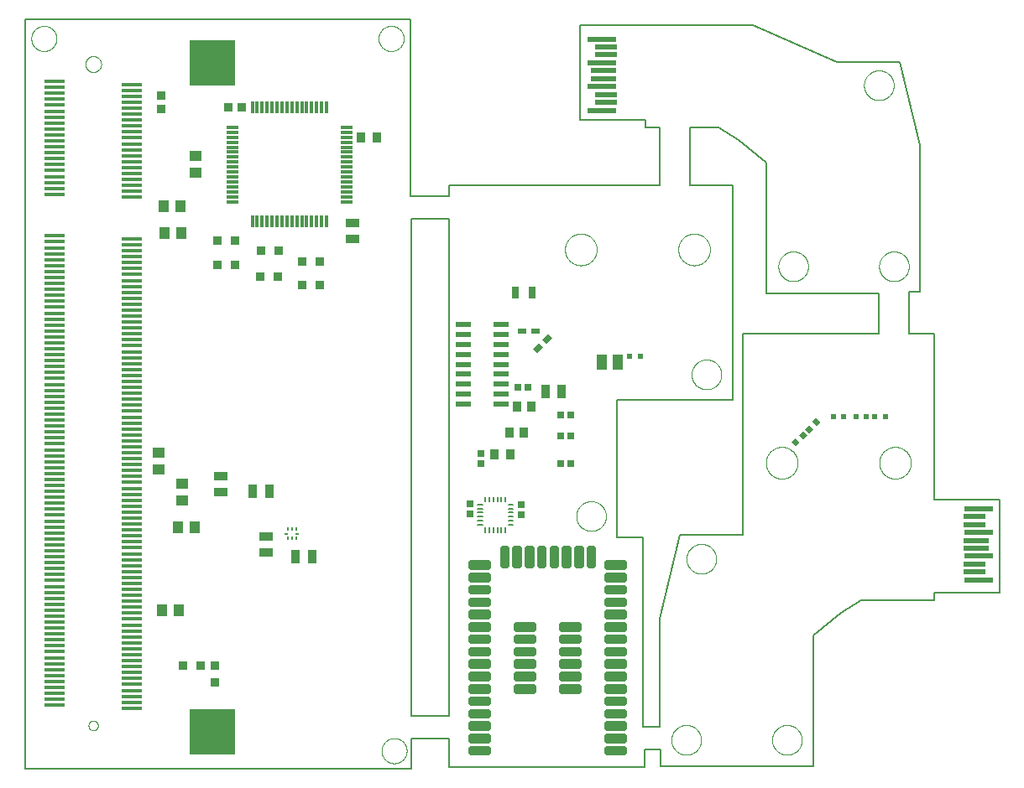
<source format=gtp>
G75*
%MOIN*%
%OFA0B0*%
%FSLAX25Y25*%
%IPPOS*%
%LPD*%
%AMOC8*
5,1,8,0,0,1.08239X$1,22.5*
%
%ADD10C,0.00000*%
%ADD11C,0.00500*%
%ADD12R,0.05700X0.03800*%
%ADD13R,0.07874X0.01378*%
%ADD14R,0.18110X0.18110*%
%ADD15R,0.03959X0.04724*%
%ADD16R,0.04724X0.03959*%
%ADD17R,0.03600X0.03200*%
%ADD18R,0.03800X0.05700*%
%ADD19R,0.00866X0.01378*%
%ADD20R,0.01772X0.00866*%
%ADD21R,0.01378X0.00866*%
%ADD22R,0.03800X0.03600*%
%ADD23R,0.01181X0.04724*%
%ADD24R,0.04724X0.01181*%
%ADD25R,0.03200X0.03600*%
%ADD26R,0.03200X0.04200*%
%ADD27R,0.03600X0.03800*%
%ADD28C,0.00787*%
%ADD29C,0.02756*%
%ADD30R,0.06496X0.02362*%
%ADD31R,0.06000X0.02300*%
%ADD32R,0.03600X0.04100*%
%ADD33R,0.02200X0.02400*%
%ADD34R,0.04400X0.05900*%
%ADD35R,0.03400X0.02400*%
%ADD36R,0.02800X0.04900*%
%ADD37R,0.02800X0.02800*%
%ADD38R,0.11811X0.02362*%
%ADD39R,0.08661X0.02362*%
%ADD40R,0.10236X0.02362*%
D10*
X0063542Y0056068D02*
X0063544Y0056155D01*
X0063550Y0056242D01*
X0063560Y0056329D01*
X0063574Y0056415D01*
X0063592Y0056500D01*
X0063613Y0056584D01*
X0063639Y0056668D01*
X0063668Y0056750D01*
X0063702Y0056830D01*
X0063738Y0056909D01*
X0063779Y0056986D01*
X0063823Y0057062D01*
X0063870Y0057135D01*
X0063920Y0057206D01*
X0063974Y0057274D01*
X0064031Y0057340D01*
X0064091Y0057404D01*
X0064153Y0057464D01*
X0064219Y0057522D01*
X0064287Y0057576D01*
X0064357Y0057628D01*
X0064430Y0057676D01*
X0064505Y0057721D01*
X0064581Y0057762D01*
X0064660Y0057800D01*
X0064740Y0057834D01*
X0064822Y0057864D01*
X0064905Y0057890D01*
X0064989Y0057913D01*
X0065074Y0057932D01*
X0065160Y0057947D01*
X0065246Y0057958D01*
X0065333Y0057965D01*
X0065420Y0057968D01*
X0065507Y0057967D01*
X0065594Y0057962D01*
X0065681Y0057953D01*
X0065767Y0057940D01*
X0065853Y0057923D01*
X0065937Y0057902D01*
X0066021Y0057878D01*
X0066103Y0057849D01*
X0066184Y0057817D01*
X0066264Y0057781D01*
X0066341Y0057742D01*
X0066417Y0057699D01*
X0066491Y0057652D01*
X0066562Y0057603D01*
X0066631Y0057550D01*
X0066698Y0057493D01*
X0066762Y0057434D01*
X0066823Y0057372D01*
X0066882Y0057308D01*
X0066937Y0057240D01*
X0066989Y0057171D01*
X0067038Y0057099D01*
X0067084Y0057024D01*
X0067126Y0056948D01*
X0067164Y0056870D01*
X0067199Y0056790D01*
X0067231Y0056709D01*
X0067258Y0056626D01*
X0067282Y0056542D01*
X0067302Y0056457D01*
X0067318Y0056372D01*
X0067330Y0056285D01*
X0067338Y0056199D01*
X0067342Y0056112D01*
X0067342Y0056024D01*
X0067338Y0055937D01*
X0067330Y0055851D01*
X0067318Y0055764D01*
X0067302Y0055679D01*
X0067282Y0055594D01*
X0067258Y0055510D01*
X0067231Y0055427D01*
X0067199Y0055346D01*
X0067164Y0055266D01*
X0067126Y0055188D01*
X0067084Y0055112D01*
X0067038Y0055037D01*
X0066989Y0054965D01*
X0066937Y0054896D01*
X0066882Y0054828D01*
X0066823Y0054764D01*
X0066762Y0054702D01*
X0066698Y0054643D01*
X0066631Y0054586D01*
X0066562Y0054533D01*
X0066491Y0054484D01*
X0066417Y0054437D01*
X0066341Y0054394D01*
X0066264Y0054355D01*
X0066184Y0054319D01*
X0066103Y0054287D01*
X0066021Y0054258D01*
X0065937Y0054234D01*
X0065853Y0054213D01*
X0065767Y0054196D01*
X0065681Y0054183D01*
X0065594Y0054174D01*
X0065507Y0054169D01*
X0065420Y0054168D01*
X0065333Y0054171D01*
X0065246Y0054178D01*
X0065160Y0054189D01*
X0065074Y0054204D01*
X0064989Y0054223D01*
X0064905Y0054246D01*
X0064822Y0054272D01*
X0064740Y0054302D01*
X0064660Y0054336D01*
X0064581Y0054374D01*
X0064505Y0054415D01*
X0064430Y0054460D01*
X0064357Y0054508D01*
X0064287Y0054560D01*
X0064219Y0054614D01*
X0064153Y0054672D01*
X0064091Y0054732D01*
X0064031Y0054796D01*
X0063974Y0054862D01*
X0063920Y0054930D01*
X0063870Y0055001D01*
X0063823Y0055074D01*
X0063779Y0055150D01*
X0063738Y0055227D01*
X0063702Y0055306D01*
X0063668Y0055386D01*
X0063639Y0055468D01*
X0063613Y0055552D01*
X0063592Y0055636D01*
X0063574Y0055721D01*
X0063560Y0055807D01*
X0063550Y0055894D01*
X0063544Y0055981D01*
X0063542Y0056068D01*
X0179942Y0046033D02*
X0179944Y0046174D01*
X0179950Y0046315D01*
X0179960Y0046455D01*
X0179974Y0046595D01*
X0179992Y0046735D01*
X0180013Y0046874D01*
X0180039Y0047013D01*
X0180068Y0047151D01*
X0180102Y0047287D01*
X0180139Y0047423D01*
X0180180Y0047558D01*
X0180225Y0047692D01*
X0180274Y0047824D01*
X0180326Y0047955D01*
X0180382Y0048084D01*
X0180442Y0048211D01*
X0180505Y0048337D01*
X0180571Y0048461D01*
X0180642Y0048584D01*
X0180715Y0048704D01*
X0180792Y0048822D01*
X0180872Y0048938D01*
X0180956Y0049051D01*
X0181042Y0049162D01*
X0181132Y0049271D01*
X0181225Y0049377D01*
X0181320Y0049480D01*
X0181419Y0049581D01*
X0181520Y0049679D01*
X0181624Y0049774D01*
X0181731Y0049866D01*
X0181840Y0049955D01*
X0181952Y0050040D01*
X0182066Y0050123D01*
X0182182Y0050203D01*
X0182301Y0050279D01*
X0182422Y0050351D01*
X0182544Y0050421D01*
X0182669Y0050486D01*
X0182795Y0050549D01*
X0182923Y0050607D01*
X0183053Y0050662D01*
X0183184Y0050714D01*
X0183317Y0050761D01*
X0183451Y0050805D01*
X0183586Y0050846D01*
X0183722Y0050882D01*
X0183859Y0050914D01*
X0183997Y0050943D01*
X0184135Y0050968D01*
X0184275Y0050988D01*
X0184415Y0051005D01*
X0184555Y0051018D01*
X0184696Y0051027D01*
X0184836Y0051032D01*
X0184977Y0051033D01*
X0185118Y0051030D01*
X0185259Y0051023D01*
X0185399Y0051012D01*
X0185539Y0050997D01*
X0185679Y0050978D01*
X0185818Y0050956D01*
X0185956Y0050929D01*
X0186094Y0050899D01*
X0186230Y0050864D01*
X0186366Y0050826D01*
X0186500Y0050784D01*
X0186634Y0050738D01*
X0186766Y0050689D01*
X0186896Y0050635D01*
X0187025Y0050578D01*
X0187152Y0050518D01*
X0187278Y0050454D01*
X0187401Y0050386D01*
X0187523Y0050315D01*
X0187643Y0050241D01*
X0187760Y0050163D01*
X0187875Y0050082D01*
X0187988Y0049998D01*
X0188099Y0049911D01*
X0188207Y0049820D01*
X0188312Y0049727D01*
X0188415Y0049630D01*
X0188515Y0049531D01*
X0188612Y0049429D01*
X0188706Y0049324D01*
X0188797Y0049217D01*
X0188885Y0049107D01*
X0188970Y0048995D01*
X0189052Y0048880D01*
X0189131Y0048763D01*
X0189206Y0048644D01*
X0189278Y0048523D01*
X0189346Y0048400D01*
X0189411Y0048275D01*
X0189473Y0048148D01*
X0189530Y0048019D01*
X0189585Y0047889D01*
X0189635Y0047758D01*
X0189682Y0047625D01*
X0189725Y0047491D01*
X0189764Y0047355D01*
X0189799Y0047219D01*
X0189831Y0047082D01*
X0189858Y0046944D01*
X0189882Y0046805D01*
X0189902Y0046665D01*
X0189918Y0046525D01*
X0189930Y0046385D01*
X0189938Y0046244D01*
X0189942Y0046103D01*
X0189942Y0045963D01*
X0189938Y0045822D01*
X0189930Y0045681D01*
X0189918Y0045541D01*
X0189902Y0045401D01*
X0189882Y0045261D01*
X0189858Y0045122D01*
X0189831Y0044984D01*
X0189799Y0044847D01*
X0189764Y0044711D01*
X0189725Y0044575D01*
X0189682Y0044441D01*
X0189635Y0044308D01*
X0189585Y0044177D01*
X0189530Y0044047D01*
X0189473Y0043918D01*
X0189411Y0043791D01*
X0189346Y0043666D01*
X0189278Y0043543D01*
X0189206Y0043422D01*
X0189131Y0043303D01*
X0189052Y0043186D01*
X0188970Y0043071D01*
X0188885Y0042959D01*
X0188797Y0042849D01*
X0188706Y0042742D01*
X0188612Y0042637D01*
X0188515Y0042535D01*
X0188415Y0042436D01*
X0188312Y0042339D01*
X0188207Y0042246D01*
X0188099Y0042155D01*
X0187988Y0042068D01*
X0187875Y0041984D01*
X0187760Y0041903D01*
X0187643Y0041825D01*
X0187523Y0041751D01*
X0187401Y0041680D01*
X0187278Y0041612D01*
X0187152Y0041548D01*
X0187025Y0041488D01*
X0186896Y0041431D01*
X0186766Y0041377D01*
X0186634Y0041328D01*
X0186500Y0041282D01*
X0186366Y0041240D01*
X0186230Y0041202D01*
X0186094Y0041167D01*
X0185956Y0041137D01*
X0185818Y0041110D01*
X0185679Y0041088D01*
X0185539Y0041069D01*
X0185399Y0041054D01*
X0185259Y0041043D01*
X0185118Y0041036D01*
X0184977Y0041033D01*
X0184836Y0041034D01*
X0184696Y0041039D01*
X0184555Y0041048D01*
X0184415Y0041061D01*
X0184275Y0041078D01*
X0184135Y0041098D01*
X0183997Y0041123D01*
X0183859Y0041152D01*
X0183722Y0041184D01*
X0183586Y0041220D01*
X0183451Y0041261D01*
X0183317Y0041305D01*
X0183184Y0041352D01*
X0183053Y0041404D01*
X0182923Y0041459D01*
X0182795Y0041517D01*
X0182669Y0041580D01*
X0182544Y0041645D01*
X0182422Y0041715D01*
X0182301Y0041787D01*
X0182182Y0041863D01*
X0182066Y0041943D01*
X0181952Y0042026D01*
X0181840Y0042111D01*
X0181731Y0042200D01*
X0181624Y0042292D01*
X0181520Y0042387D01*
X0181419Y0042485D01*
X0181320Y0042586D01*
X0181225Y0042689D01*
X0181132Y0042795D01*
X0181042Y0042904D01*
X0180956Y0043015D01*
X0180872Y0043128D01*
X0180792Y0043244D01*
X0180715Y0043362D01*
X0180642Y0043482D01*
X0180571Y0043605D01*
X0180505Y0043729D01*
X0180442Y0043855D01*
X0180382Y0043982D01*
X0180326Y0044111D01*
X0180274Y0044242D01*
X0180225Y0044374D01*
X0180180Y0044508D01*
X0180139Y0044643D01*
X0180102Y0044779D01*
X0180068Y0044915D01*
X0180039Y0045053D01*
X0180013Y0045192D01*
X0179992Y0045331D01*
X0179974Y0045471D01*
X0179960Y0045611D01*
X0179950Y0045751D01*
X0179944Y0045892D01*
X0179942Y0046033D01*
X0257263Y0139317D02*
X0257265Y0139470D01*
X0257271Y0139624D01*
X0257281Y0139777D01*
X0257295Y0139929D01*
X0257313Y0140082D01*
X0257335Y0140233D01*
X0257360Y0140384D01*
X0257390Y0140535D01*
X0257424Y0140685D01*
X0257461Y0140833D01*
X0257502Y0140981D01*
X0257547Y0141127D01*
X0257596Y0141273D01*
X0257649Y0141417D01*
X0257705Y0141559D01*
X0257765Y0141700D01*
X0257829Y0141840D01*
X0257896Y0141978D01*
X0257967Y0142114D01*
X0258042Y0142248D01*
X0258119Y0142380D01*
X0258201Y0142510D01*
X0258285Y0142638D01*
X0258373Y0142764D01*
X0258464Y0142887D01*
X0258558Y0143008D01*
X0258656Y0143126D01*
X0258756Y0143242D01*
X0258860Y0143355D01*
X0258966Y0143466D01*
X0259075Y0143574D01*
X0259187Y0143679D01*
X0259301Y0143780D01*
X0259419Y0143879D01*
X0259538Y0143975D01*
X0259660Y0144068D01*
X0259785Y0144157D01*
X0259912Y0144244D01*
X0260041Y0144326D01*
X0260172Y0144406D01*
X0260305Y0144482D01*
X0260440Y0144555D01*
X0260577Y0144624D01*
X0260716Y0144689D01*
X0260856Y0144751D01*
X0260998Y0144809D01*
X0261141Y0144864D01*
X0261286Y0144915D01*
X0261432Y0144962D01*
X0261579Y0145005D01*
X0261727Y0145044D01*
X0261876Y0145080D01*
X0262026Y0145111D01*
X0262177Y0145139D01*
X0262328Y0145163D01*
X0262481Y0145183D01*
X0262633Y0145199D01*
X0262786Y0145211D01*
X0262939Y0145219D01*
X0263092Y0145223D01*
X0263246Y0145223D01*
X0263399Y0145219D01*
X0263552Y0145211D01*
X0263705Y0145199D01*
X0263857Y0145183D01*
X0264010Y0145163D01*
X0264161Y0145139D01*
X0264312Y0145111D01*
X0264462Y0145080D01*
X0264611Y0145044D01*
X0264759Y0145005D01*
X0264906Y0144962D01*
X0265052Y0144915D01*
X0265197Y0144864D01*
X0265340Y0144809D01*
X0265482Y0144751D01*
X0265622Y0144689D01*
X0265761Y0144624D01*
X0265898Y0144555D01*
X0266033Y0144482D01*
X0266166Y0144406D01*
X0266297Y0144326D01*
X0266426Y0144244D01*
X0266553Y0144157D01*
X0266678Y0144068D01*
X0266800Y0143975D01*
X0266919Y0143879D01*
X0267037Y0143780D01*
X0267151Y0143679D01*
X0267263Y0143574D01*
X0267372Y0143466D01*
X0267478Y0143355D01*
X0267582Y0143242D01*
X0267682Y0143126D01*
X0267780Y0143008D01*
X0267874Y0142887D01*
X0267965Y0142764D01*
X0268053Y0142638D01*
X0268137Y0142510D01*
X0268219Y0142380D01*
X0268296Y0142248D01*
X0268371Y0142114D01*
X0268442Y0141978D01*
X0268509Y0141840D01*
X0268573Y0141700D01*
X0268633Y0141559D01*
X0268689Y0141417D01*
X0268742Y0141273D01*
X0268791Y0141127D01*
X0268836Y0140981D01*
X0268877Y0140833D01*
X0268914Y0140685D01*
X0268948Y0140535D01*
X0268978Y0140384D01*
X0269003Y0140233D01*
X0269025Y0140082D01*
X0269043Y0139929D01*
X0269057Y0139777D01*
X0269067Y0139624D01*
X0269073Y0139470D01*
X0269075Y0139317D01*
X0269073Y0139164D01*
X0269067Y0139010D01*
X0269057Y0138857D01*
X0269043Y0138705D01*
X0269025Y0138552D01*
X0269003Y0138401D01*
X0268978Y0138250D01*
X0268948Y0138099D01*
X0268914Y0137949D01*
X0268877Y0137801D01*
X0268836Y0137653D01*
X0268791Y0137507D01*
X0268742Y0137361D01*
X0268689Y0137217D01*
X0268633Y0137075D01*
X0268573Y0136934D01*
X0268509Y0136794D01*
X0268442Y0136656D01*
X0268371Y0136520D01*
X0268296Y0136386D01*
X0268219Y0136254D01*
X0268137Y0136124D01*
X0268053Y0135996D01*
X0267965Y0135870D01*
X0267874Y0135747D01*
X0267780Y0135626D01*
X0267682Y0135508D01*
X0267582Y0135392D01*
X0267478Y0135279D01*
X0267372Y0135168D01*
X0267263Y0135060D01*
X0267151Y0134955D01*
X0267037Y0134854D01*
X0266919Y0134755D01*
X0266800Y0134659D01*
X0266678Y0134566D01*
X0266553Y0134477D01*
X0266426Y0134390D01*
X0266297Y0134308D01*
X0266166Y0134228D01*
X0266033Y0134152D01*
X0265898Y0134079D01*
X0265761Y0134010D01*
X0265622Y0133945D01*
X0265482Y0133883D01*
X0265340Y0133825D01*
X0265197Y0133770D01*
X0265052Y0133719D01*
X0264906Y0133672D01*
X0264759Y0133629D01*
X0264611Y0133590D01*
X0264462Y0133554D01*
X0264312Y0133523D01*
X0264161Y0133495D01*
X0264010Y0133471D01*
X0263857Y0133451D01*
X0263705Y0133435D01*
X0263552Y0133423D01*
X0263399Y0133415D01*
X0263246Y0133411D01*
X0263092Y0133411D01*
X0262939Y0133415D01*
X0262786Y0133423D01*
X0262633Y0133435D01*
X0262481Y0133451D01*
X0262328Y0133471D01*
X0262177Y0133495D01*
X0262026Y0133523D01*
X0261876Y0133554D01*
X0261727Y0133590D01*
X0261579Y0133629D01*
X0261432Y0133672D01*
X0261286Y0133719D01*
X0261141Y0133770D01*
X0260998Y0133825D01*
X0260856Y0133883D01*
X0260716Y0133945D01*
X0260577Y0134010D01*
X0260440Y0134079D01*
X0260305Y0134152D01*
X0260172Y0134228D01*
X0260041Y0134308D01*
X0259912Y0134390D01*
X0259785Y0134477D01*
X0259660Y0134566D01*
X0259538Y0134659D01*
X0259419Y0134755D01*
X0259301Y0134854D01*
X0259187Y0134955D01*
X0259075Y0135060D01*
X0258966Y0135168D01*
X0258860Y0135279D01*
X0258756Y0135392D01*
X0258656Y0135508D01*
X0258558Y0135626D01*
X0258464Y0135747D01*
X0258373Y0135870D01*
X0258285Y0135996D01*
X0258201Y0136124D01*
X0258119Y0136254D01*
X0258042Y0136386D01*
X0257967Y0136520D01*
X0257896Y0136656D01*
X0257829Y0136794D01*
X0257765Y0136934D01*
X0257705Y0137075D01*
X0257649Y0137217D01*
X0257596Y0137361D01*
X0257547Y0137507D01*
X0257502Y0137653D01*
X0257461Y0137801D01*
X0257424Y0137949D01*
X0257390Y0138099D01*
X0257360Y0138250D01*
X0257335Y0138401D01*
X0257313Y0138552D01*
X0257295Y0138705D01*
X0257281Y0138857D01*
X0257271Y0139010D01*
X0257265Y0139164D01*
X0257263Y0139317D01*
X0301036Y0122333D02*
X0301038Y0122486D01*
X0301044Y0122640D01*
X0301054Y0122793D01*
X0301068Y0122945D01*
X0301086Y0123098D01*
X0301108Y0123249D01*
X0301133Y0123400D01*
X0301163Y0123551D01*
X0301197Y0123701D01*
X0301234Y0123849D01*
X0301275Y0123997D01*
X0301320Y0124143D01*
X0301369Y0124289D01*
X0301422Y0124433D01*
X0301478Y0124575D01*
X0301538Y0124716D01*
X0301602Y0124856D01*
X0301669Y0124994D01*
X0301740Y0125130D01*
X0301815Y0125264D01*
X0301892Y0125396D01*
X0301974Y0125526D01*
X0302058Y0125654D01*
X0302146Y0125780D01*
X0302237Y0125903D01*
X0302331Y0126024D01*
X0302429Y0126142D01*
X0302529Y0126258D01*
X0302633Y0126371D01*
X0302739Y0126482D01*
X0302848Y0126590D01*
X0302960Y0126695D01*
X0303074Y0126796D01*
X0303192Y0126895D01*
X0303311Y0126991D01*
X0303433Y0127084D01*
X0303558Y0127173D01*
X0303685Y0127260D01*
X0303814Y0127342D01*
X0303945Y0127422D01*
X0304078Y0127498D01*
X0304213Y0127571D01*
X0304350Y0127640D01*
X0304489Y0127705D01*
X0304629Y0127767D01*
X0304771Y0127825D01*
X0304914Y0127880D01*
X0305059Y0127931D01*
X0305205Y0127978D01*
X0305352Y0128021D01*
X0305500Y0128060D01*
X0305649Y0128096D01*
X0305799Y0128127D01*
X0305950Y0128155D01*
X0306101Y0128179D01*
X0306254Y0128199D01*
X0306406Y0128215D01*
X0306559Y0128227D01*
X0306712Y0128235D01*
X0306865Y0128239D01*
X0307019Y0128239D01*
X0307172Y0128235D01*
X0307325Y0128227D01*
X0307478Y0128215D01*
X0307630Y0128199D01*
X0307783Y0128179D01*
X0307934Y0128155D01*
X0308085Y0128127D01*
X0308235Y0128096D01*
X0308384Y0128060D01*
X0308532Y0128021D01*
X0308679Y0127978D01*
X0308825Y0127931D01*
X0308970Y0127880D01*
X0309113Y0127825D01*
X0309255Y0127767D01*
X0309395Y0127705D01*
X0309534Y0127640D01*
X0309671Y0127571D01*
X0309806Y0127498D01*
X0309939Y0127422D01*
X0310070Y0127342D01*
X0310199Y0127260D01*
X0310326Y0127173D01*
X0310451Y0127084D01*
X0310573Y0126991D01*
X0310692Y0126895D01*
X0310810Y0126796D01*
X0310924Y0126695D01*
X0311036Y0126590D01*
X0311145Y0126482D01*
X0311251Y0126371D01*
X0311355Y0126258D01*
X0311455Y0126142D01*
X0311553Y0126024D01*
X0311647Y0125903D01*
X0311738Y0125780D01*
X0311826Y0125654D01*
X0311910Y0125526D01*
X0311992Y0125396D01*
X0312069Y0125264D01*
X0312144Y0125130D01*
X0312215Y0124994D01*
X0312282Y0124856D01*
X0312346Y0124716D01*
X0312406Y0124575D01*
X0312462Y0124433D01*
X0312515Y0124289D01*
X0312564Y0124143D01*
X0312609Y0123997D01*
X0312650Y0123849D01*
X0312687Y0123701D01*
X0312721Y0123551D01*
X0312751Y0123400D01*
X0312776Y0123249D01*
X0312798Y0123098D01*
X0312816Y0122945D01*
X0312830Y0122793D01*
X0312840Y0122640D01*
X0312846Y0122486D01*
X0312848Y0122333D01*
X0312846Y0122180D01*
X0312840Y0122026D01*
X0312830Y0121873D01*
X0312816Y0121721D01*
X0312798Y0121568D01*
X0312776Y0121417D01*
X0312751Y0121266D01*
X0312721Y0121115D01*
X0312687Y0120965D01*
X0312650Y0120817D01*
X0312609Y0120669D01*
X0312564Y0120523D01*
X0312515Y0120377D01*
X0312462Y0120233D01*
X0312406Y0120091D01*
X0312346Y0119950D01*
X0312282Y0119810D01*
X0312215Y0119672D01*
X0312144Y0119536D01*
X0312069Y0119402D01*
X0311992Y0119270D01*
X0311910Y0119140D01*
X0311826Y0119012D01*
X0311738Y0118886D01*
X0311647Y0118763D01*
X0311553Y0118642D01*
X0311455Y0118524D01*
X0311355Y0118408D01*
X0311251Y0118295D01*
X0311145Y0118184D01*
X0311036Y0118076D01*
X0310924Y0117971D01*
X0310810Y0117870D01*
X0310692Y0117771D01*
X0310573Y0117675D01*
X0310451Y0117582D01*
X0310326Y0117493D01*
X0310199Y0117406D01*
X0310070Y0117324D01*
X0309939Y0117244D01*
X0309806Y0117168D01*
X0309671Y0117095D01*
X0309534Y0117026D01*
X0309395Y0116961D01*
X0309255Y0116899D01*
X0309113Y0116841D01*
X0308970Y0116786D01*
X0308825Y0116735D01*
X0308679Y0116688D01*
X0308532Y0116645D01*
X0308384Y0116606D01*
X0308235Y0116570D01*
X0308085Y0116539D01*
X0307934Y0116511D01*
X0307783Y0116487D01*
X0307630Y0116467D01*
X0307478Y0116451D01*
X0307325Y0116439D01*
X0307172Y0116431D01*
X0307019Y0116427D01*
X0306865Y0116427D01*
X0306712Y0116431D01*
X0306559Y0116439D01*
X0306406Y0116451D01*
X0306254Y0116467D01*
X0306101Y0116487D01*
X0305950Y0116511D01*
X0305799Y0116539D01*
X0305649Y0116570D01*
X0305500Y0116606D01*
X0305352Y0116645D01*
X0305205Y0116688D01*
X0305059Y0116735D01*
X0304914Y0116786D01*
X0304771Y0116841D01*
X0304629Y0116899D01*
X0304489Y0116961D01*
X0304350Y0117026D01*
X0304213Y0117095D01*
X0304078Y0117168D01*
X0303945Y0117244D01*
X0303814Y0117324D01*
X0303685Y0117406D01*
X0303558Y0117493D01*
X0303433Y0117582D01*
X0303311Y0117675D01*
X0303192Y0117771D01*
X0303074Y0117870D01*
X0302960Y0117971D01*
X0302848Y0118076D01*
X0302739Y0118184D01*
X0302633Y0118295D01*
X0302529Y0118408D01*
X0302429Y0118524D01*
X0302331Y0118642D01*
X0302237Y0118763D01*
X0302146Y0118886D01*
X0302058Y0119012D01*
X0301974Y0119140D01*
X0301892Y0119270D01*
X0301815Y0119402D01*
X0301740Y0119536D01*
X0301669Y0119672D01*
X0301602Y0119810D01*
X0301538Y0119950D01*
X0301478Y0120091D01*
X0301422Y0120233D01*
X0301369Y0120377D01*
X0301320Y0120523D01*
X0301275Y0120669D01*
X0301234Y0120817D01*
X0301197Y0120965D01*
X0301163Y0121115D01*
X0301133Y0121266D01*
X0301108Y0121417D01*
X0301086Y0121568D01*
X0301068Y0121721D01*
X0301054Y0121873D01*
X0301044Y0122026D01*
X0301038Y0122180D01*
X0301036Y0122333D01*
X0332581Y0160523D02*
X0332583Y0160681D01*
X0332589Y0160839D01*
X0332599Y0160997D01*
X0332613Y0161155D01*
X0332631Y0161312D01*
X0332652Y0161469D01*
X0332678Y0161625D01*
X0332708Y0161781D01*
X0332741Y0161936D01*
X0332779Y0162089D01*
X0332820Y0162242D01*
X0332865Y0162394D01*
X0332914Y0162545D01*
X0332967Y0162694D01*
X0333023Y0162842D01*
X0333083Y0162988D01*
X0333147Y0163133D01*
X0333215Y0163276D01*
X0333286Y0163418D01*
X0333360Y0163558D01*
X0333438Y0163695D01*
X0333520Y0163831D01*
X0333604Y0163965D01*
X0333693Y0164096D01*
X0333784Y0164225D01*
X0333879Y0164352D01*
X0333976Y0164477D01*
X0334077Y0164599D01*
X0334181Y0164718D01*
X0334288Y0164835D01*
X0334398Y0164949D01*
X0334511Y0165060D01*
X0334626Y0165169D01*
X0334744Y0165274D01*
X0334865Y0165376D01*
X0334988Y0165476D01*
X0335114Y0165572D01*
X0335242Y0165665D01*
X0335372Y0165755D01*
X0335505Y0165841D01*
X0335640Y0165925D01*
X0335776Y0166004D01*
X0335915Y0166081D01*
X0336056Y0166153D01*
X0336198Y0166223D01*
X0336342Y0166288D01*
X0336488Y0166350D01*
X0336635Y0166408D01*
X0336784Y0166463D01*
X0336934Y0166514D01*
X0337085Y0166561D01*
X0337237Y0166604D01*
X0337390Y0166643D01*
X0337545Y0166679D01*
X0337700Y0166710D01*
X0337856Y0166738D01*
X0338012Y0166762D01*
X0338169Y0166782D01*
X0338327Y0166798D01*
X0338484Y0166810D01*
X0338643Y0166818D01*
X0338801Y0166822D01*
X0338959Y0166822D01*
X0339117Y0166818D01*
X0339276Y0166810D01*
X0339433Y0166798D01*
X0339591Y0166782D01*
X0339748Y0166762D01*
X0339904Y0166738D01*
X0340060Y0166710D01*
X0340215Y0166679D01*
X0340370Y0166643D01*
X0340523Y0166604D01*
X0340675Y0166561D01*
X0340826Y0166514D01*
X0340976Y0166463D01*
X0341125Y0166408D01*
X0341272Y0166350D01*
X0341418Y0166288D01*
X0341562Y0166223D01*
X0341704Y0166153D01*
X0341845Y0166081D01*
X0341984Y0166004D01*
X0342120Y0165925D01*
X0342255Y0165841D01*
X0342388Y0165755D01*
X0342518Y0165665D01*
X0342646Y0165572D01*
X0342772Y0165476D01*
X0342895Y0165376D01*
X0343016Y0165274D01*
X0343134Y0165169D01*
X0343249Y0165060D01*
X0343362Y0164949D01*
X0343472Y0164835D01*
X0343579Y0164718D01*
X0343683Y0164599D01*
X0343784Y0164477D01*
X0343881Y0164352D01*
X0343976Y0164225D01*
X0344067Y0164096D01*
X0344156Y0163965D01*
X0344240Y0163831D01*
X0344322Y0163695D01*
X0344400Y0163558D01*
X0344474Y0163418D01*
X0344545Y0163276D01*
X0344613Y0163133D01*
X0344677Y0162988D01*
X0344737Y0162842D01*
X0344793Y0162694D01*
X0344846Y0162545D01*
X0344895Y0162394D01*
X0344940Y0162242D01*
X0344981Y0162089D01*
X0345019Y0161936D01*
X0345052Y0161781D01*
X0345082Y0161625D01*
X0345108Y0161469D01*
X0345129Y0161312D01*
X0345147Y0161155D01*
X0345161Y0160997D01*
X0345171Y0160839D01*
X0345177Y0160681D01*
X0345179Y0160523D01*
X0345177Y0160365D01*
X0345171Y0160207D01*
X0345161Y0160049D01*
X0345147Y0159891D01*
X0345129Y0159734D01*
X0345108Y0159577D01*
X0345082Y0159421D01*
X0345052Y0159265D01*
X0345019Y0159110D01*
X0344981Y0158957D01*
X0344940Y0158804D01*
X0344895Y0158652D01*
X0344846Y0158501D01*
X0344793Y0158352D01*
X0344737Y0158204D01*
X0344677Y0158058D01*
X0344613Y0157913D01*
X0344545Y0157770D01*
X0344474Y0157628D01*
X0344400Y0157488D01*
X0344322Y0157351D01*
X0344240Y0157215D01*
X0344156Y0157081D01*
X0344067Y0156950D01*
X0343976Y0156821D01*
X0343881Y0156694D01*
X0343784Y0156569D01*
X0343683Y0156447D01*
X0343579Y0156328D01*
X0343472Y0156211D01*
X0343362Y0156097D01*
X0343249Y0155986D01*
X0343134Y0155877D01*
X0343016Y0155772D01*
X0342895Y0155670D01*
X0342772Y0155570D01*
X0342646Y0155474D01*
X0342518Y0155381D01*
X0342388Y0155291D01*
X0342255Y0155205D01*
X0342120Y0155121D01*
X0341984Y0155042D01*
X0341845Y0154965D01*
X0341704Y0154893D01*
X0341562Y0154823D01*
X0341418Y0154758D01*
X0341272Y0154696D01*
X0341125Y0154638D01*
X0340976Y0154583D01*
X0340826Y0154532D01*
X0340675Y0154485D01*
X0340523Y0154442D01*
X0340370Y0154403D01*
X0340215Y0154367D01*
X0340060Y0154336D01*
X0339904Y0154308D01*
X0339748Y0154284D01*
X0339591Y0154264D01*
X0339433Y0154248D01*
X0339276Y0154236D01*
X0339117Y0154228D01*
X0338959Y0154224D01*
X0338801Y0154224D01*
X0338643Y0154228D01*
X0338484Y0154236D01*
X0338327Y0154248D01*
X0338169Y0154264D01*
X0338012Y0154284D01*
X0337856Y0154308D01*
X0337700Y0154336D01*
X0337545Y0154367D01*
X0337390Y0154403D01*
X0337237Y0154442D01*
X0337085Y0154485D01*
X0336934Y0154532D01*
X0336784Y0154583D01*
X0336635Y0154638D01*
X0336488Y0154696D01*
X0336342Y0154758D01*
X0336198Y0154823D01*
X0336056Y0154893D01*
X0335915Y0154965D01*
X0335776Y0155042D01*
X0335640Y0155121D01*
X0335505Y0155205D01*
X0335372Y0155291D01*
X0335242Y0155381D01*
X0335114Y0155474D01*
X0334988Y0155570D01*
X0334865Y0155670D01*
X0334744Y0155772D01*
X0334626Y0155877D01*
X0334511Y0155986D01*
X0334398Y0156097D01*
X0334288Y0156211D01*
X0334181Y0156328D01*
X0334077Y0156447D01*
X0333976Y0156569D01*
X0333879Y0156694D01*
X0333784Y0156821D01*
X0333693Y0156950D01*
X0333604Y0157081D01*
X0333520Y0157215D01*
X0333438Y0157351D01*
X0333360Y0157488D01*
X0333286Y0157628D01*
X0333215Y0157770D01*
X0333147Y0157913D01*
X0333083Y0158058D01*
X0333023Y0158204D01*
X0332967Y0158352D01*
X0332914Y0158501D01*
X0332865Y0158652D01*
X0332820Y0158804D01*
X0332779Y0158957D01*
X0332741Y0159110D01*
X0332708Y0159265D01*
X0332678Y0159421D01*
X0332652Y0159577D01*
X0332631Y0159734D01*
X0332613Y0159891D01*
X0332599Y0160049D01*
X0332589Y0160207D01*
X0332583Y0160365D01*
X0332581Y0160523D01*
X0303063Y0195635D02*
X0303065Y0195788D01*
X0303071Y0195942D01*
X0303081Y0196095D01*
X0303095Y0196247D01*
X0303113Y0196400D01*
X0303135Y0196551D01*
X0303160Y0196702D01*
X0303190Y0196853D01*
X0303224Y0197003D01*
X0303261Y0197151D01*
X0303302Y0197299D01*
X0303347Y0197445D01*
X0303396Y0197591D01*
X0303449Y0197735D01*
X0303505Y0197877D01*
X0303565Y0198018D01*
X0303629Y0198158D01*
X0303696Y0198296D01*
X0303767Y0198432D01*
X0303842Y0198566D01*
X0303919Y0198698D01*
X0304001Y0198828D01*
X0304085Y0198956D01*
X0304173Y0199082D01*
X0304264Y0199205D01*
X0304358Y0199326D01*
X0304456Y0199444D01*
X0304556Y0199560D01*
X0304660Y0199673D01*
X0304766Y0199784D01*
X0304875Y0199892D01*
X0304987Y0199997D01*
X0305101Y0200098D01*
X0305219Y0200197D01*
X0305338Y0200293D01*
X0305460Y0200386D01*
X0305585Y0200475D01*
X0305712Y0200562D01*
X0305841Y0200644D01*
X0305972Y0200724D01*
X0306105Y0200800D01*
X0306240Y0200873D01*
X0306377Y0200942D01*
X0306516Y0201007D01*
X0306656Y0201069D01*
X0306798Y0201127D01*
X0306941Y0201182D01*
X0307086Y0201233D01*
X0307232Y0201280D01*
X0307379Y0201323D01*
X0307527Y0201362D01*
X0307676Y0201398D01*
X0307826Y0201429D01*
X0307977Y0201457D01*
X0308128Y0201481D01*
X0308281Y0201501D01*
X0308433Y0201517D01*
X0308586Y0201529D01*
X0308739Y0201537D01*
X0308892Y0201541D01*
X0309046Y0201541D01*
X0309199Y0201537D01*
X0309352Y0201529D01*
X0309505Y0201517D01*
X0309657Y0201501D01*
X0309810Y0201481D01*
X0309961Y0201457D01*
X0310112Y0201429D01*
X0310262Y0201398D01*
X0310411Y0201362D01*
X0310559Y0201323D01*
X0310706Y0201280D01*
X0310852Y0201233D01*
X0310997Y0201182D01*
X0311140Y0201127D01*
X0311282Y0201069D01*
X0311422Y0201007D01*
X0311561Y0200942D01*
X0311698Y0200873D01*
X0311833Y0200800D01*
X0311966Y0200724D01*
X0312097Y0200644D01*
X0312226Y0200562D01*
X0312353Y0200475D01*
X0312478Y0200386D01*
X0312600Y0200293D01*
X0312719Y0200197D01*
X0312837Y0200098D01*
X0312951Y0199997D01*
X0313063Y0199892D01*
X0313172Y0199784D01*
X0313278Y0199673D01*
X0313382Y0199560D01*
X0313482Y0199444D01*
X0313580Y0199326D01*
X0313674Y0199205D01*
X0313765Y0199082D01*
X0313853Y0198956D01*
X0313937Y0198828D01*
X0314019Y0198698D01*
X0314096Y0198566D01*
X0314171Y0198432D01*
X0314242Y0198296D01*
X0314309Y0198158D01*
X0314373Y0198018D01*
X0314433Y0197877D01*
X0314489Y0197735D01*
X0314542Y0197591D01*
X0314591Y0197445D01*
X0314636Y0197299D01*
X0314677Y0197151D01*
X0314714Y0197003D01*
X0314748Y0196853D01*
X0314778Y0196702D01*
X0314803Y0196551D01*
X0314825Y0196400D01*
X0314843Y0196247D01*
X0314857Y0196095D01*
X0314867Y0195942D01*
X0314873Y0195788D01*
X0314875Y0195635D01*
X0314873Y0195482D01*
X0314867Y0195328D01*
X0314857Y0195175D01*
X0314843Y0195023D01*
X0314825Y0194870D01*
X0314803Y0194719D01*
X0314778Y0194568D01*
X0314748Y0194417D01*
X0314714Y0194267D01*
X0314677Y0194119D01*
X0314636Y0193971D01*
X0314591Y0193825D01*
X0314542Y0193679D01*
X0314489Y0193535D01*
X0314433Y0193393D01*
X0314373Y0193252D01*
X0314309Y0193112D01*
X0314242Y0192974D01*
X0314171Y0192838D01*
X0314096Y0192704D01*
X0314019Y0192572D01*
X0313937Y0192442D01*
X0313853Y0192314D01*
X0313765Y0192188D01*
X0313674Y0192065D01*
X0313580Y0191944D01*
X0313482Y0191826D01*
X0313382Y0191710D01*
X0313278Y0191597D01*
X0313172Y0191486D01*
X0313063Y0191378D01*
X0312951Y0191273D01*
X0312837Y0191172D01*
X0312719Y0191073D01*
X0312600Y0190977D01*
X0312478Y0190884D01*
X0312353Y0190795D01*
X0312226Y0190708D01*
X0312097Y0190626D01*
X0311966Y0190546D01*
X0311833Y0190470D01*
X0311698Y0190397D01*
X0311561Y0190328D01*
X0311422Y0190263D01*
X0311282Y0190201D01*
X0311140Y0190143D01*
X0310997Y0190088D01*
X0310852Y0190037D01*
X0310706Y0189990D01*
X0310559Y0189947D01*
X0310411Y0189908D01*
X0310262Y0189872D01*
X0310112Y0189841D01*
X0309961Y0189813D01*
X0309810Y0189789D01*
X0309657Y0189769D01*
X0309505Y0189753D01*
X0309352Y0189741D01*
X0309199Y0189733D01*
X0309046Y0189729D01*
X0308892Y0189729D01*
X0308739Y0189733D01*
X0308586Y0189741D01*
X0308433Y0189753D01*
X0308281Y0189769D01*
X0308128Y0189789D01*
X0307977Y0189813D01*
X0307826Y0189841D01*
X0307676Y0189872D01*
X0307527Y0189908D01*
X0307379Y0189947D01*
X0307232Y0189990D01*
X0307086Y0190037D01*
X0306941Y0190088D01*
X0306798Y0190143D01*
X0306656Y0190201D01*
X0306516Y0190263D01*
X0306377Y0190328D01*
X0306240Y0190397D01*
X0306105Y0190470D01*
X0305972Y0190546D01*
X0305841Y0190626D01*
X0305712Y0190708D01*
X0305585Y0190795D01*
X0305460Y0190884D01*
X0305338Y0190977D01*
X0305219Y0191073D01*
X0305101Y0191172D01*
X0304987Y0191273D01*
X0304875Y0191378D01*
X0304766Y0191486D01*
X0304660Y0191597D01*
X0304556Y0191710D01*
X0304456Y0191826D01*
X0304358Y0191944D01*
X0304264Y0192065D01*
X0304173Y0192188D01*
X0304085Y0192314D01*
X0304001Y0192442D01*
X0303919Y0192572D01*
X0303842Y0192704D01*
X0303767Y0192838D01*
X0303696Y0192974D01*
X0303629Y0193112D01*
X0303565Y0193252D01*
X0303505Y0193393D01*
X0303449Y0193535D01*
X0303396Y0193679D01*
X0303347Y0193825D01*
X0303302Y0193971D01*
X0303261Y0194119D01*
X0303224Y0194267D01*
X0303190Y0194417D01*
X0303160Y0194568D01*
X0303135Y0194719D01*
X0303113Y0194870D01*
X0303095Y0195023D01*
X0303081Y0195175D01*
X0303071Y0195328D01*
X0303065Y0195482D01*
X0303063Y0195635D01*
X0337536Y0238633D02*
X0337538Y0238786D01*
X0337544Y0238940D01*
X0337554Y0239093D01*
X0337568Y0239245D01*
X0337586Y0239398D01*
X0337608Y0239549D01*
X0337633Y0239700D01*
X0337663Y0239851D01*
X0337697Y0240001D01*
X0337734Y0240149D01*
X0337775Y0240297D01*
X0337820Y0240443D01*
X0337869Y0240589D01*
X0337922Y0240733D01*
X0337978Y0240875D01*
X0338038Y0241016D01*
X0338102Y0241156D01*
X0338169Y0241294D01*
X0338240Y0241430D01*
X0338315Y0241564D01*
X0338392Y0241696D01*
X0338474Y0241826D01*
X0338558Y0241954D01*
X0338646Y0242080D01*
X0338737Y0242203D01*
X0338831Y0242324D01*
X0338929Y0242442D01*
X0339029Y0242558D01*
X0339133Y0242671D01*
X0339239Y0242782D01*
X0339348Y0242890D01*
X0339460Y0242995D01*
X0339574Y0243096D01*
X0339692Y0243195D01*
X0339811Y0243291D01*
X0339933Y0243384D01*
X0340058Y0243473D01*
X0340185Y0243560D01*
X0340314Y0243642D01*
X0340445Y0243722D01*
X0340578Y0243798D01*
X0340713Y0243871D01*
X0340850Y0243940D01*
X0340989Y0244005D01*
X0341129Y0244067D01*
X0341271Y0244125D01*
X0341414Y0244180D01*
X0341559Y0244231D01*
X0341705Y0244278D01*
X0341852Y0244321D01*
X0342000Y0244360D01*
X0342149Y0244396D01*
X0342299Y0244427D01*
X0342450Y0244455D01*
X0342601Y0244479D01*
X0342754Y0244499D01*
X0342906Y0244515D01*
X0343059Y0244527D01*
X0343212Y0244535D01*
X0343365Y0244539D01*
X0343519Y0244539D01*
X0343672Y0244535D01*
X0343825Y0244527D01*
X0343978Y0244515D01*
X0344130Y0244499D01*
X0344283Y0244479D01*
X0344434Y0244455D01*
X0344585Y0244427D01*
X0344735Y0244396D01*
X0344884Y0244360D01*
X0345032Y0244321D01*
X0345179Y0244278D01*
X0345325Y0244231D01*
X0345470Y0244180D01*
X0345613Y0244125D01*
X0345755Y0244067D01*
X0345895Y0244005D01*
X0346034Y0243940D01*
X0346171Y0243871D01*
X0346306Y0243798D01*
X0346439Y0243722D01*
X0346570Y0243642D01*
X0346699Y0243560D01*
X0346826Y0243473D01*
X0346951Y0243384D01*
X0347073Y0243291D01*
X0347192Y0243195D01*
X0347310Y0243096D01*
X0347424Y0242995D01*
X0347536Y0242890D01*
X0347645Y0242782D01*
X0347751Y0242671D01*
X0347855Y0242558D01*
X0347955Y0242442D01*
X0348053Y0242324D01*
X0348147Y0242203D01*
X0348238Y0242080D01*
X0348326Y0241954D01*
X0348410Y0241826D01*
X0348492Y0241696D01*
X0348569Y0241564D01*
X0348644Y0241430D01*
X0348715Y0241294D01*
X0348782Y0241156D01*
X0348846Y0241016D01*
X0348906Y0240875D01*
X0348962Y0240733D01*
X0349015Y0240589D01*
X0349064Y0240443D01*
X0349109Y0240297D01*
X0349150Y0240149D01*
X0349187Y0240001D01*
X0349221Y0239851D01*
X0349251Y0239700D01*
X0349276Y0239549D01*
X0349298Y0239398D01*
X0349316Y0239245D01*
X0349330Y0239093D01*
X0349340Y0238940D01*
X0349346Y0238786D01*
X0349348Y0238633D01*
X0349346Y0238480D01*
X0349340Y0238326D01*
X0349330Y0238173D01*
X0349316Y0238021D01*
X0349298Y0237868D01*
X0349276Y0237717D01*
X0349251Y0237566D01*
X0349221Y0237415D01*
X0349187Y0237265D01*
X0349150Y0237117D01*
X0349109Y0236969D01*
X0349064Y0236823D01*
X0349015Y0236677D01*
X0348962Y0236533D01*
X0348906Y0236391D01*
X0348846Y0236250D01*
X0348782Y0236110D01*
X0348715Y0235972D01*
X0348644Y0235836D01*
X0348569Y0235702D01*
X0348492Y0235570D01*
X0348410Y0235440D01*
X0348326Y0235312D01*
X0348238Y0235186D01*
X0348147Y0235063D01*
X0348053Y0234942D01*
X0347955Y0234824D01*
X0347855Y0234708D01*
X0347751Y0234595D01*
X0347645Y0234484D01*
X0347536Y0234376D01*
X0347424Y0234271D01*
X0347310Y0234170D01*
X0347192Y0234071D01*
X0347073Y0233975D01*
X0346951Y0233882D01*
X0346826Y0233793D01*
X0346699Y0233706D01*
X0346570Y0233624D01*
X0346439Y0233544D01*
X0346306Y0233468D01*
X0346171Y0233395D01*
X0346034Y0233326D01*
X0345895Y0233261D01*
X0345755Y0233199D01*
X0345613Y0233141D01*
X0345470Y0233086D01*
X0345325Y0233035D01*
X0345179Y0232988D01*
X0345032Y0232945D01*
X0344884Y0232906D01*
X0344735Y0232870D01*
X0344585Y0232839D01*
X0344434Y0232811D01*
X0344283Y0232787D01*
X0344130Y0232767D01*
X0343978Y0232751D01*
X0343825Y0232739D01*
X0343672Y0232731D01*
X0343519Y0232727D01*
X0343365Y0232727D01*
X0343212Y0232731D01*
X0343059Y0232739D01*
X0342906Y0232751D01*
X0342754Y0232767D01*
X0342601Y0232787D01*
X0342450Y0232811D01*
X0342299Y0232839D01*
X0342149Y0232870D01*
X0342000Y0232906D01*
X0341852Y0232945D01*
X0341705Y0232988D01*
X0341559Y0233035D01*
X0341414Y0233086D01*
X0341271Y0233141D01*
X0341129Y0233199D01*
X0340989Y0233261D01*
X0340850Y0233326D01*
X0340713Y0233395D01*
X0340578Y0233468D01*
X0340445Y0233544D01*
X0340314Y0233624D01*
X0340185Y0233706D01*
X0340058Y0233793D01*
X0339933Y0233882D01*
X0339811Y0233975D01*
X0339692Y0234071D01*
X0339574Y0234170D01*
X0339460Y0234271D01*
X0339348Y0234376D01*
X0339239Y0234484D01*
X0339133Y0234595D01*
X0339029Y0234708D01*
X0338929Y0234824D01*
X0338831Y0234942D01*
X0338737Y0235063D01*
X0338646Y0235186D01*
X0338558Y0235312D01*
X0338474Y0235440D01*
X0338392Y0235570D01*
X0338315Y0235702D01*
X0338240Y0235836D01*
X0338169Y0235972D01*
X0338102Y0236110D01*
X0338038Y0236250D01*
X0337978Y0236391D01*
X0337922Y0236533D01*
X0337869Y0236677D01*
X0337820Y0236823D01*
X0337775Y0236969D01*
X0337734Y0237117D01*
X0337697Y0237265D01*
X0337663Y0237415D01*
X0337633Y0237566D01*
X0337608Y0237717D01*
X0337586Y0237868D01*
X0337568Y0238021D01*
X0337554Y0238173D01*
X0337544Y0238326D01*
X0337538Y0238480D01*
X0337536Y0238633D01*
X0297781Y0245343D02*
X0297783Y0245501D01*
X0297789Y0245659D01*
X0297799Y0245817D01*
X0297813Y0245975D01*
X0297831Y0246132D01*
X0297852Y0246289D01*
X0297878Y0246445D01*
X0297908Y0246601D01*
X0297941Y0246756D01*
X0297979Y0246909D01*
X0298020Y0247062D01*
X0298065Y0247214D01*
X0298114Y0247365D01*
X0298167Y0247514D01*
X0298223Y0247662D01*
X0298283Y0247808D01*
X0298347Y0247953D01*
X0298415Y0248096D01*
X0298486Y0248238D01*
X0298560Y0248378D01*
X0298638Y0248515D01*
X0298720Y0248651D01*
X0298804Y0248785D01*
X0298893Y0248916D01*
X0298984Y0249045D01*
X0299079Y0249172D01*
X0299176Y0249297D01*
X0299277Y0249419D01*
X0299381Y0249538D01*
X0299488Y0249655D01*
X0299598Y0249769D01*
X0299711Y0249880D01*
X0299826Y0249989D01*
X0299944Y0250094D01*
X0300065Y0250196D01*
X0300188Y0250296D01*
X0300314Y0250392D01*
X0300442Y0250485D01*
X0300572Y0250575D01*
X0300705Y0250661D01*
X0300840Y0250745D01*
X0300976Y0250824D01*
X0301115Y0250901D01*
X0301256Y0250973D01*
X0301398Y0251043D01*
X0301542Y0251108D01*
X0301688Y0251170D01*
X0301835Y0251228D01*
X0301984Y0251283D01*
X0302134Y0251334D01*
X0302285Y0251381D01*
X0302437Y0251424D01*
X0302590Y0251463D01*
X0302745Y0251499D01*
X0302900Y0251530D01*
X0303056Y0251558D01*
X0303212Y0251582D01*
X0303369Y0251602D01*
X0303527Y0251618D01*
X0303684Y0251630D01*
X0303843Y0251638D01*
X0304001Y0251642D01*
X0304159Y0251642D01*
X0304317Y0251638D01*
X0304476Y0251630D01*
X0304633Y0251618D01*
X0304791Y0251602D01*
X0304948Y0251582D01*
X0305104Y0251558D01*
X0305260Y0251530D01*
X0305415Y0251499D01*
X0305570Y0251463D01*
X0305723Y0251424D01*
X0305875Y0251381D01*
X0306026Y0251334D01*
X0306176Y0251283D01*
X0306325Y0251228D01*
X0306472Y0251170D01*
X0306618Y0251108D01*
X0306762Y0251043D01*
X0306904Y0250973D01*
X0307045Y0250901D01*
X0307184Y0250824D01*
X0307320Y0250745D01*
X0307455Y0250661D01*
X0307588Y0250575D01*
X0307718Y0250485D01*
X0307846Y0250392D01*
X0307972Y0250296D01*
X0308095Y0250196D01*
X0308216Y0250094D01*
X0308334Y0249989D01*
X0308449Y0249880D01*
X0308562Y0249769D01*
X0308672Y0249655D01*
X0308779Y0249538D01*
X0308883Y0249419D01*
X0308984Y0249297D01*
X0309081Y0249172D01*
X0309176Y0249045D01*
X0309267Y0248916D01*
X0309356Y0248785D01*
X0309440Y0248651D01*
X0309522Y0248515D01*
X0309600Y0248378D01*
X0309674Y0248238D01*
X0309745Y0248096D01*
X0309813Y0247953D01*
X0309877Y0247808D01*
X0309937Y0247662D01*
X0309993Y0247514D01*
X0310046Y0247365D01*
X0310095Y0247214D01*
X0310140Y0247062D01*
X0310181Y0246909D01*
X0310219Y0246756D01*
X0310252Y0246601D01*
X0310282Y0246445D01*
X0310308Y0246289D01*
X0310329Y0246132D01*
X0310347Y0245975D01*
X0310361Y0245817D01*
X0310371Y0245659D01*
X0310377Y0245501D01*
X0310379Y0245343D01*
X0310377Y0245185D01*
X0310371Y0245027D01*
X0310361Y0244869D01*
X0310347Y0244711D01*
X0310329Y0244554D01*
X0310308Y0244397D01*
X0310282Y0244241D01*
X0310252Y0244085D01*
X0310219Y0243930D01*
X0310181Y0243777D01*
X0310140Y0243624D01*
X0310095Y0243472D01*
X0310046Y0243321D01*
X0309993Y0243172D01*
X0309937Y0243024D01*
X0309877Y0242878D01*
X0309813Y0242733D01*
X0309745Y0242590D01*
X0309674Y0242448D01*
X0309600Y0242308D01*
X0309522Y0242171D01*
X0309440Y0242035D01*
X0309356Y0241901D01*
X0309267Y0241770D01*
X0309176Y0241641D01*
X0309081Y0241514D01*
X0308984Y0241389D01*
X0308883Y0241267D01*
X0308779Y0241148D01*
X0308672Y0241031D01*
X0308562Y0240917D01*
X0308449Y0240806D01*
X0308334Y0240697D01*
X0308216Y0240592D01*
X0308095Y0240490D01*
X0307972Y0240390D01*
X0307846Y0240294D01*
X0307718Y0240201D01*
X0307588Y0240111D01*
X0307455Y0240025D01*
X0307320Y0239941D01*
X0307184Y0239862D01*
X0307045Y0239785D01*
X0306904Y0239713D01*
X0306762Y0239643D01*
X0306618Y0239578D01*
X0306472Y0239516D01*
X0306325Y0239458D01*
X0306176Y0239403D01*
X0306026Y0239352D01*
X0305875Y0239305D01*
X0305723Y0239262D01*
X0305570Y0239223D01*
X0305415Y0239187D01*
X0305260Y0239156D01*
X0305104Y0239128D01*
X0304948Y0239104D01*
X0304791Y0239084D01*
X0304633Y0239068D01*
X0304476Y0239056D01*
X0304317Y0239048D01*
X0304159Y0239044D01*
X0304001Y0239044D01*
X0303843Y0239048D01*
X0303684Y0239056D01*
X0303527Y0239068D01*
X0303369Y0239084D01*
X0303212Y0239104D01*
X0303056Y0239128D01*
X0302900Y0239156D01*
X0302745Y0239187D01*
X0302590Y0239223D01*
X0302437Y0239262D01*
X0302285Y0239305D01*
X0302134Y0239352D01*
X0301984Y0239403D01*
X0301835Y0239458D01*
X0301688Y0239516D01*
X0301542Y0239578D01*
X0301398Y0239643D01*
X0301256Y0239713D01*
X0301115Y0239785D01*
X0300976Y0239862D01*
X0300840Y0239941D01*
X0300705Y0240025D01*
X0300572Y0240111D01*
X0300442Y0240201D01*
X0300314Y0240294D01*
X0300188Y0240390D01*
X0300065Y0240490D01*
X0299944Y0240592D01*
X0299826Y0240697D01*
X0299711Y0240806D01*
X0299598Y0240917D01*
X0299488Y0241031D01*
X0299381Y0241148D01*
X0299277Y0241267D01*
X0299176Y0241389D01*
X0299079Y0241514D01*
X0298984Y0241641D01*
X0298893Y0241770D01*
X0298804Y0241901D01*
X0298720Y0242035D01*
X0298638Y0242171D01*
X0298560Y0242308D01*
X0298486Y0242448D01*
X0298415Y0242590D01*
X0298347Y0242733D01*
X0298283Y0242878D01*
X0298223Y0243024D01*
X0298167Y0243172D01*
X0298114Y0243321D01*
X0298065Y0243472D01*
X0298020Y0243624D01*
X0297979Y0243777D01*
X0297941Y0243930D01*
X0297908Y0244085D01*
X0297878Y0244241D01*
X0297852Y0244397D01*
X0297831Y0244554D01*
X0297813Y0244711D01*
X0297799Y0244869D01*
X0297789Y0245027D01*
X0297783Y0245185D01*
X0297781Y0245343D01*
X0252781Y0245343D02*
X0252783Y0245501D01*
X0252789Y0245659D01*
X0252799Y0245817D01*
X0252813Y0245975D01*
X0252831Y0246132D01*
X0252852Y0246289D01*
X0252878Y0246445D01*
X0252908Y0246601D01*
X0252941Y0246756D01*
X0252979Y0246909D01*
X0253020Y0247062D01*
X0253065Y0247214D01*
X0253114Y0247365D01*
X0253167Y0247514D01*
X0253223Y0247662D01*
X0253283Y0247808D01*
X0253347Y0247953D01*
X0253415Y0248096D01*
X0253486Y0248238D01*
X0253560Y0248378D01*
X0253638Y0248515D01*
X0253720Y0248651D01*
X0253804Y0248785D01*
X0253893Y0248916D01*
X0253984Y0249045D01*
X0254079Y0249172D01*
X0254176Y0249297D01*
X0254277Y0249419D01*
X0254381Y0249538D01*
X0254488Y0249655D01*
X0254598Y0249769D01*
X0254711Y0249880D01*
X0254826Y0249989D01*
X0254944Y0250094D01*
X0255065Y0250196D01*
X0255188Y0250296D01*
X0255314Y0250392D01*
X0255442Y0250485D01*
X0255572Y0250575D01*
X0255705Y0250661D01*
X0255840Y0250745D01*
X0255976Y0250824D01*
X0256115Y0250901D01*
X0256256Y0250973D01*
X0256398Y0251043D01*
X0256542Y0251108D01*
X0256688Y0251170D01*
X0256835Y0251228D01*
X0256984Y0251283D01*
X0257134Y0251334D01*
X0257285Y0251381D01*
X0257437Y0251424D01*
X0257590Y0251463D01*
X0257745Y0251499D01*
X0257900Y0251530D01*
X0258056Y0251558D01*
X0258212Y0251582D01*
X0258369Y0251602D01*
X0258527Y0251618D01*
X0258684Y0251630D01*
X0258843Y0251638D01*
X0259001Y0251642D01*
X0259159Y0251642D01*
X0259317Y0251638D01*
X0259476Y0251630D01*
X0259633Y0251618D01*
X0259791Y0251602D01*
X0259948Y0251582D01*
X0260104Y0251558D01*
X0260260Y0251530D01*
X0260415Y0251499D01*
X0260570Y0251463D01*
X0260723Y0251424D01*
X0260875Y0251381D01*
X0261026Y0251334D01*
X0261176Y0251283D01*
X0261325Y0251228D01*
X0261472Y0251170D01*
X0261618Y0251108D01*
X0261762Y0251043D01*
X0261904Y0250973D01*
X0262045Y0250901D01*
X0262184Y0250824D01*
X0262320Y0250745D01*
X0262455Y0250661D01*
X0262588Y0250575D01*
X0262718Y0250485D01*
X0262846Y0250392D01*
X0262972Y0250296D01*
X0263095Y0250196D01*
X0263216Y0250094D01*
X0263334Y0249989D01*
X0263449Y0249880D01*
X0263562Y0249769D01*
X0263672Y0249655D01*
X0263779Y0249538D01*
X0263883Y0249419D01*
X0263984Y0249297D01*
X0264081Y0249172D01*
X0264176Y0249045D01*
X0264267Y0248916D01*
X0264356Y0248785D01*
X0264440Y0248651D01*
X0264522Y0248515D01*
X0264600Y0248378D01*
X0264674Y0248238D01*
X0264745Y0248096D01*
X0264813Y0247953D01*
X0264877Y0247808D01*
X0264937Y0247662D01*
X0264993Y0247514D01*
X0265046Y0247365D01*
X0265095Y0247214D01*
X0265140Y0247062D01*
X0265181Y0246909D01*
X0265219Y0246756D01*
X0265252Y0246601D01*
X0265282Y0246445D01*
X0265308Y0246289D01*
X0265329Y0246132D01*
X0265347Y0245975D01*
X0265361Y0245817D01*
X0265371Y0245659D01*
X0265377Y0245501D01*
X0265379Y0245343D01*
X0265377Y0245185D01*
X0265371Y0245027D01*
X0265361Y0244869D01*
X0265347Y0244711D01*
X0265329Y0244554D01*
X0265308Y0244397D01*
X0265282Y0244241D01*
X0265252Y0244085D01*
X0265219Y0243930D01*
X0265181Y0243777D01*
X0265140Y0243624D01*
X0265095Y0243472D01*
X0265046Y0243321D01*
X0264993Y0243172D01*
X0264937Y0243024D01*
X0264877Y0242878D01*
X0264813Y0242733D01*
X0264745Y0242590D01*
X0264674Y0242448D01*
X0264600Y0242308D01*
X0264522Y0242171D01*
X0264440Y0242035D01*
X0264356Y0241901D01*
X0264267Y0241770D01*
X0264176Y0241641D01*
X0264081Y0241514D01*
X0263984Y0241389D01*
X0263883Y0241267D01*
X0263779Y0241148D01*
X0263672Y0241031D01*
X0263562Y0240917D01*
X0263449Y0240806D01*
X0263334Y0240697D01*
X0263216Y0240592D01*
X0263095Y0240490D01*
X0262972Y0240390D01*
X0262846Y0240294D01*
X0262718Y0240201D01*
X0262588Y0240111D01*
X0262455Y0240025D01*
X0262320Y0239941D01*
X0262184Y0239862D01*
X0262045Y0239785D01*
X0261904Y0239713D01*
X0261762Y0239643D01*
X0261618Y0239578D01*
X0261472Y0239516D01*
X0261325Y0239458D01*
X0261176Y0239403D01*
X0261026Y0239352D01*
X0260875Y0239305D01*
X0260723Y0239262D01*
X0260570Y0239223D01*
X0260415Y0239187D01*
X0260260Y0239156D01*
X0260104Y0239128D01*
X0259948Y0239104D01*
X0259791Y0239084D01*
X0259633Y0239068D01*
X0259476Y0239056D01*
X0259317Y0239048D01*
X0259159Y0239044D01*
X0259001Y0239044D01*
X0258843Y0239048D01*
X0258684Y0239056D01*
X0258527Y0239068D01*
X0258369Y0239084D01*
X0258212Y0239104D01*
X0258056Y0239128D01*
X0257900Y0239156D01*
X0257745Y0239187D01*
X0257590Y0239223D01*
X0257437Y0239262D01*
X0257285Y0239305D01*
X0257134Y0239352D01*
X0256984Y0239403D01*
X0256835Y0239458D01*
X0256688Y0239516D01*
X0256542Y0239578D01*
X0256398Y0239643D01*
X0256256Y0239713D01*
X0256115Y0239785D01*
X0255976Y0239862D01*
X0255840Y0239941D01*
X0255705Y0240025D01*
X0255572Y0240111D01*
X0255442Y0240201D01*
X0255314Y0240294D01*
X0255188Y0240390D01*
X0255065Y0240490D01*
X0254944Y0240592D01*
X0254826Y0240697D01*
X0254711Y0240806D01*
X0254598Y0240917D01*
X0254488Y0241031D01*
X0254381Y0241148D01*
X0254277Y0241267D01*
X0254176Y0241389D01*
X0254079Y0241514D01*
X0253984Y0241641D01*
X0253893Y0241770D01*
X0253804Y0241901D01*
X0253720Y0242035D01*
X0253638Y0242171D01*
X0253560Y0242308D01*
X0253486Y0242448D01*
X0253415Y0242590D01*
X0253347Y0242733D01*
X0253283Y0242878D01*
X0253223Y0243024D01*
X0253167Y0243172D01*
X0253114Y0243321D01*
X0253065Y0243472D01*
X0253020Y0243624D01*
X0252979Y0243777D01*
X0252941Y0243930D01*
X0252908Y0244085D01*
X0252878Y0244241D01*
X0252852Y0244397D01*
X0252831Y0244554D01*
X0252813Y0244711D01*
X0252799Y0244869D01*
X0252789Y0245027D01*
X0252783Y0245185D01*
X0252781Y0245343D01*
X0178742Y0329233D02*
X0178744Y0329374D01*
X0178750Y0329515D01*
X0178760Y0329655D01*
X0178774Y0329795D01*
X0178792Y0329935D01*
X0178813Y0330074D01*
X0178839Y0330213D01*
X0178868Y0330351D01*
X0178902Y0330487D01*
X0178939Y0330623D01*
X0178980Y0330758D01*
X0179025Y0330892D01*
X0179074Y0331024D01*
X0179126Y0331155D01*
X0179182Y0331284D01*
X0179242Y0331411D01*
X0179305Y0331537D01*
X0179371Y0331661D01*
X0179442Y0331784D01*
X0179515Y0331904D01*
X0179592Y0332022D01*
X0179672Y0332138D01*
X0179756Y0332251D01*
X0179842Y0332362D01*
X0179932Y0332471D01*
X0180025Y0332577D01*
X0180120Y0332680D01*
X0180219Y0332781D01*
X0180320Y0332879D01*
X0180424Y0332974D01*
X0180531Y0333066D01*
X0180640Y0333155D01*
X0180752Y0333240D01*
X0180866Y0333323D01*
X0180982Y0333403D01*
X0181101Y0333479D01*
X0181222Y0333551D01*
X0181344Y0333621D01*
X0181469Y0333686D01*
X0181595Y0333749D01*
X0181723Y0333807D01*
X0181853Y0333862D01*
X0181984Y0333914D01*
X0182117Y0333961D01*
X0182251Y0334005D01*
X0182386Y0334046D01*
X0182522Y0334082D01*
X0182659Y0334114D01*
X0182797Y0334143D01*
X0182935Y0334168D01*
X0183075Y0334188D01*
X0183215Y0334205D01*
X0183355Y0334218D01*
X0183496Y0334227D01*
X0183636Y0334232D01*
X0183777Y0334233D01*
X0183918Y0334230D01*
X0184059Y0334223D01*
X0184199Y0334212D01*
X0184339Y0334197D01*
X0184479Y0334178D01*
X0184618Y0334156D01*
X0184756Y0334129D01*
X0184894Y0334099D01*
X0185030Y0334064D01*
X0185166Y0334026D01*
X0185300Y0333984D01*
X0185434Y0333938D01*
X0185566Y0333889D01*
X0185696Y0333835D01*
X0185825Y0333778D01*
X0185952Y0333718D01*
X0186078Y0333654D01*
X0186201Y0333586D01*
X0186323Y0333515D01*
X0186443Y0333441D01*
X0186560Y0333363D01*
X0186675Y0333282D01*
X0186788Y0333198D01*
X0186899Y0333111D01*
X0187007Y0333020D01*
X0187112Y0332927D01*
X0187215Y0332830D01*
X0187315Y0332731D01*
X0187412Y0332629D01*
X0187506Y0332524D01*
X0187597Y0332417D01*
X0187685Y0332307D01*
X0187770Y0332195D01*
X0187852Y0332080D01*
X0187931Y0331963D01*
X0188006Y0331844D01*
X0188078Y0331723D01*
X0188146Y0331600D01*
X0188211Y0331475D01*
X0188273Y0331348D01*
X0188330Y0331219D01*
X0188385Y0331089D01*
X0188435Y0330958D01*
X0188482Y0330825D01*
X0188525Y0330691D01*
X0188564Y0330555D01*
X0188599Y0330419D01*
X0188631Y0330282D01*
X0188658Y0330144D01*
X0188682Y0330005D01*
X0188702Y0329865D01*
X0188718Y0329725D01*
X0188730Y0329585D01*
X0188738Y0329444D01*
X0188742Y0329303D01*
X0188742Y0329163D01*
X0188738Y0329022D01*
X0188730Y0328881D01*
X0188718Y0328741D01*
X0188702Y0328601D01*
X0188682Y0328461D01*
X0188658Y0328322D01*
X0188631Y0328184D01*
X0188599Y0328047D01*
X0188564Y0327911D01*
X0188525Y0327775D01*
X0188482Y0327641D01*
X0188435Y0327508D01*
X0188385Y0327377D01*
X0188330Y0327247D01*
X0188273Y0327118D01*
X0188211Y0326991D01*
X0188146Y0326866D01*
X0188078Y0326743D01*
X0188006Y0326622D01*
X0187931Y0326503D01*
X0187852Y0326386D01*
X0187770Y0326271D01*
X0187685Y0326159D01*
X0187597Y0326049D01*
X0187506Y0325942D01*
X0187412Y0325837D01*
X0187315Y0325735D01*
X0187215Y0325636D01*
X0187112Y0325539D01*
X0187007Y0325446D01*
X0186899Y0325355D01*
X0186788Y0325268D01*
X0186675Y0325184D01*
X0186560Y0325103D01*
X0186443Y0325025D01*
X0186323Y0324951D01*
X0186201Y0324880D01*
X0186078Y0324812D01*
X0185952Y0324748D01*
X0185825Y0324688D01*
X0185696Y0324631D01*
X0185566Y0324577D01*
X0185434Y0324528D01*
X0185300Y0324482D01*
X0185166Y0324440D01*
X0185030Y0324402D01*
X0184894Y0324367D01*
X0184756Y0324337D01*
X0184618Y0324310D01*
X0184479Y0324288D01*
X0184339Y0324269D01*
X0184199Y0324254D01*
X0184059Y0324243D01*
X0183918Y0324236D01*
X0183777Y0324233D01*
X0183636Y0324234D01*
X0183496Y0324239D01*
X0183355Y0324248D01*
X0183215Y0324261D01*
X0183075Y0324278D01*
X0182935Y0324298D01*
X0182797Y0324323D01*
X0182659Y0324352D01*
X0182522Y0324384D01*
X0182386Y0324420D01*
X0182251Y0324461D01*
X0182117Y0324505D01*
X0181984Y0324552D01*
X0181853Y0324604D01*
X0181723Y0324659D01*
X0181595Y0324717D01*
X0181469Y0324780D01*
X0181344Y0324845D01*
X0181222Y0324915D01*
X0181101Y0324987D01*
X0180982Y0325063D01*
X0180866Y0325143D01*
X0180752Y0325226D01*
X0180640Y0325311D01*
X0180531Y0325400D01*
X0180424Y0325492D01*
X0180320Y0325587D01*
X0180219Y0325685D01*
X0180120Y0325786D01*
X0180025Y0325889D01*
X0179932Y0325995D01*
X0179842Y0326104D01*
X0179756Y0326215D01*
X0179672Y0326328D01*
X0179592Y0326444D01*
X0179515Y0326562D01*
X0179442Y0326682D01*
X0179371Y0326805D01*
X0179305Y0326929D01*
X0179242Y0327055D01*
X0179182Y0327182D01*
X0179126Y0327311D01*
X0179074Y0327442D01*
X0179025Y0327574D01*
X0178980Y0327708D01*
X0178939Y0327843D01*
X0178902Y0327979D01*
X0178868Y0328115D01*
X0178839Y0328253D01*
X0178813Y0328392D01*
X0178792Y0328531D01*
X0178774Y0328671D01*
X0178760Y0328811D01*
X0178750Y0328951D01*
X0178744Y0329092D01*
X0178742Y0329233D01*
X0062293Y0319060D02*
X0062295Y0319172D01*
X0062301Y0319283D01*
X0062311Y0319395D01*
X0062325Y0319506D01*
X0062342Y0319616D01*
X0062364Y0319726D01*
X0062390Y0319834D01*
X0062419Y0319942D01*
X0062452Y0320049D01*
X0062489Y0320155D01*
X0062530Y0320259D01*
X0062574Y0320361D01*
X0062622Y0320462D01*
X0062674Y0320561D01*
X0062729Y0320659D01*
X0062787Y0320754D01*
X0062849Y0320847D01*
X0062914Y0320938D01*
X0062983Y0321026D01*
X0063054Y0321113D01*
X0063128Y0321196D01*
X0063205Y0321277D01*
X0063286Y0321355D01*
X0063368Y0321430D01*
X0063454Y0321502D01*
X0063542Y0321571D01*
X0063632Y0321637D01*
X0063725Y0321699D01*
X0063819Y0321759D01*
X0063916Y0321815D01*
X0064015Y0321867D01*
X0064115Y0321916D01*
X0064218Y0321961D01*
X0064321Y0322003D01*
X0064426Y0322041D01*
X0064533Y0322075D01*
X0064640Y0322105D01*
X0064749Y0322132D01*
X0064859Y0322154D01*
X0064969Y0322173D01*
X0065080Y0322188D01*
X0065191Y0322199D01*
X0065302Y0322206D01*
X0065414Y0322209D01*
X0065526Y0322208D01*
X0065637Y0322203D01*
X0065749Y0322194D01*
X0065860Y0322181D01*
X0065970Y0322164D01*
X0066080Y0322144D01*
X0066189Y0322119D01*
X0066297Y0322091D01*
X0066404Y0322058D01*
X0066510Y0322022D01*
X0066615Y0321982D01*
X0066718Y0321939D01*
X0066819Y0321892D01*
X0066919Y0321841D01*
X0067016Y0321787D01*
X0067112Y0321730D01*
X0067206Y0321669D01*
X0067297Y0321604D01*
X0067387Y0321537D01*
X0067473Y0321466D01*
X0067557Y0321393D01*
X0067639Y0321316D01*
X0067718Y0321237D01*
X0067793Y0321155D01*
X0067866Y0321070D01*
X0067936Y0320983D01*
X0068003Y0320893D01*
X0068066Y0320801D01*
X0068126Y0320707D01*
X0068183Y0320610D01*
X0068236Y0320512D01*
X0068286Y0320412D01*
X0068332Y0320310D01*
X0068375Y0320207D01*
X0068414Y0320102D01*
X0068449Y0319996D01*
X0068480Y0319889D01*
X0068508Y0319780D01*
X0068531Y0319671D01*
X0068551Y0319561D01*
X0068567Y0319450D01*
X0068579Y0319339D01*
X0068587Y0319228D01*
X0068591Y0319116D01*
X0068591Y0319004D01*
X0068587Y0318892D01*
X0068579Y0318781D01*
X0068567Y0318670D01*
X0068551Y0318559D01*
X0068531Y0318449D01*
X0068508Y0318340D01*
X0068480Y0318231D01*
X0068449Y0318124D01*
X0068414Y0318018D01*
X0068375Y0317913D01*
X0068332Y0317810D01*
X0068286Y0317708D01*
X0068236Y0317608D01*
X0068183Y0317510D01*
X0068126Y0317413D01*
X0068066Y0317319D01*
X0068003Y0317227D01*
X0067936Y0317137D01*
X0067866Y0317050D01*
X0067793Y0316965D01*
X0067718Y0316883D01*
X0067639Y0316804D01*
X0067557Y0316727D01*
X0067473Y0316654D01*
X0067387Y0316583D01*
X0067297Y0316516D01*
X0067206Y0316451D01*
X0067112Y0316390D01*
X0067017Y0316333D01*
X0066919Y0316279D01*
X0066819Y0316228D01*
X0066718Y0316181D01*
X0066615Y0316138D01*
X0066510Y0316098D01*
X0066404Y0316062D01*
X0066297Y0316029D01*
X0066189Y0316001D01*
X0066080Y0315976D01*
X0065970Y0315956D01*
X0065860Y0315939D01*
X0065749Y0315926D01*
X0065637Y0315917D01*
X0065526Y0315912D01*
X0065414Y0315911D01*
X0065302Y0315914D01*
X0065191Y0315921D01*
X0065080Y0315932D01*
X0064969Y0315947D01*
X0064859Y0315966D01*
X0064749Y0315988D01*
X0064640Y0316015D01*
X0064533Y0316045D01*
X0064426Y0316079D01*
X0064321Y0316117D01*
X0064218Y0316159D01*
X0064115Y0316204D01*
X0064015Y0316253D01*
X0063916Y0316305D01*
X0063819Y0316361D01*
X0063725Y0316421D01*
X0063632Y0316483D01*
X0063542Y0316549D01*
X0063454Y0316618D01*
X0063368Y0316690D01*
X0063286Y0316765D01*
X0063205Y0316843D01*
X0063128Y0316924D01*
X0063054Y0317007D01*
X0062983Y0317094D01*
X0062914Y0317182D01*
X0062849Y0317273D01*
X0062787Y0317366D01*
X0062729Y0317461D01*
X0062674Y0317559D01*
X0062622Y0317658D01*
X0062574Y0317759D01*
X0062530Y0317861D01*
X0062489Y0317965D01*
X0062452Y0318071D01*
X0062419Y0318178D01*
X0062390Y0318286D01*
X0062364Y0318394D01*
X0062342Y0318504D01*
X0062325Y0318614D01*
X0062311Y0318725D01*
X0062301Y0318837D01*
X0062295Y0318948D01*
X0062293Y0319060D01*
X0040842Y0329233D02*
X0040844Y0329374D01*
X0040850Y0329515D01*
X0040860Y0329655D01*
X0040874Y0329795D01*
X0040892Y0329935D01*
X0040913Y0330074D01*
X0040939Y0330213D01*
X0040968Y0330351D01*
X0041002Y0330487D01*
X0041039Y0330623D01*
X0041080Y0330758D01*
X0041125Y0330892D01*
X0041174Y0331024D01*
X0041226Y0331155D01*
X0041282Y0331284D01*
X0041342Y0331411D01*
X0041405Y0331537D01*
X0041471Y0331661D01*
X0041542Y0331784D01*
X0041615Y0331904D01*
X0041692Y0332022D01*
X0041772Y0332138D01*
X0041856Y0332251D01*
X0041942Y0332362D01*
X0042032Y0332471D01*
X0042125Y0332577D01*
X0042220Y0332680D01*
X0042319Y0332781D01*
X0042420Y0332879D01*
X0042524Y0332974D01*
X0042631Y0333066D01*
X0042740Y0333155D01*
X0042852Y0333240D01*
X0042966Y0333323D01*
X0043082Y0333403D01*
X0043201Y0333479D01*
X0043322Y0333551D01*
X0043444Y0333621D01*
X0043569Y0333686D01*
X0043695Y0333749D01*
X0043823Y0333807D01*
X0043953Y0333862D01*
X0044084Y0333914D01*
X0044217Y0333961D01*
X0044351Y0334005D01*
X0044486Y0334046D01*
X0044622Y0334082D01*
X0044759Y0334114D01*
X0044897Y0334143D01*
X0045035Y0334168D01*
X0045175Y0334188D01*
X0045315Y0334205D01*
X0045455Y0334218D01*
X0045596Y0334227D01*
X0045736Y0334232D01*
X0045877Y0334233D01*
X0046018Y0334230D01*
X0046159Y0334223D01*
X0046299Y0334212D01*
X0046439Y0334197D01*
X0046579Y0334178D01*
X0046718Y0334156D01*
X0046856Y0334129D01*
X0046994Y0334099D01*
X0047130Y0334064D01*
X0047266Y0334026D01*
X0047400Y0333984D01*
X0047534Y0333938D01*
X0047666Y0333889D01*
X0047796Y0333835D01*
X0047925Y0333778D01*
X0048052Y0333718D01*
X0048178Y0333654D01*
X0048301Y0333586D01*
X0048423Y0333515D01*
X0048543Y0333441D01*
X0048660Y0333363D01*
X0048775Y0333282D01*
X0048888Y0333198D01*
X0048999Y0333111D01*
X0049107Y0333020D01*
X0049212Y0332927D01*
X0049315Y0332830D01*
X0049415Y0332731D01*
X0049512Y0332629D01*
X0049606Y0332524D01*
X0049697Y0332417D01*
X0049785Y0332307D01*
X0049870Y0332195D01*
X0049952Y0332080D01*
X0050031Y0331963D01*
X0050106Y0331844D01*
X0050178Y0331723D01*
X0050246Y0331600D01*
X0050311Y0331475D01*
X0050373Y0331348D01*
X0050430Y0331219D01*
X0050485Y0331089D01*
X0050535Y0330958D01*
X0050582Y0330825D01*
X0050625Y0330691D01*
X0050664Y0330555D01*
X0050699Y0330419D01*
X0050731Y0330282D01*
X0050758Y0330144D01*
X0050782Y0330005D01*
X0050802Y0329865D01*
X0050818Y0329725D01*
X0050830Y0329585D01*
X0050838Y0329444D01*
X0050842Y0329303D01*
X0050842Y0329163D01*
X0050838Y0329022D01*
X0050830Y0328881D01*
X0050818Y0328741D01*
X0050802Y0328601D01*
X0050782Y0328461D01*
X0050758Y0328322D01*
X0050731Y0328184D01*
X0050699Y0328047D01*
X0050664Y0327911D01*
X0050625Y0327775D01*
X0050582Y0327641D01*
X0050535Y0327508D01*
X0050485Y0327377D01*
X0050430Y0327247D01*
X0050373Y0327118D01*
X0050311Y0326991D01*
X0050246Y0326866D01*
X0050178Y0326743D01*
X0050106Y0326622D01*
X0050031Y0326503D01*
X0049952Y0326386D01*
X0049870Y0326271D01*
X0049785Y0326159D01*
X0049697Y0326049D01*
X0049606Y0325942D01*
X0049512Y0325837D01*
X0049415Y0325735D01*
X0049315Y0325636D01*
X0049212Y0325539D01*
X0049107Y0325446D01*
X0048999Y0325355D01*
X0048888Y0325268D01*
X0048775Y0325184D01*
X0048660Y0325103D01*
X0048543Y0325025D01*
X0048423Y0324951D01*
X0048301Y0324880D01*
X0048178Y0324812D01*
X0048052Y0324748D01*
X0047925Y0324688D01*
X0047796Y0324631D01*
X0047666Y0324577D01*
X0047534Y0324528D01*
X0047400Y0324482D01*
X0047266Y0324440D01*
X0047130Y0324402D01*
X0046994Y0324367D01*
X0046856Y0324337D01*
X0046718Y0324310D01*
X0046579Y0324288D01*
X0046439Y0324269D01*
X0046299Y0324254D01*
X0046159Y0324243D01*
X0046018Y0324236D01*
X0045877Y0324233D01*
X0045736Y0324234D01*
X0045596Y0324239D01*
X0045455Y0324248D01*
X0045315Y0324261D01*
X0045175Y0324278D01*
X0045035Y0324298D01*
X0044897Y0324323D01*
X0044759Y0324352D01*
X0044622Y0324384D01*
X0044486Y0324420D01*
X0044351Y0324461D01*
X0044217Y0324505D01*
X0044084Y0324552D01*
X0043953Y0324604D01*
X0043823Y0324659D01*
X0043695Y0324717D01*
X0043569Y0324780D01*
X0043444Y0324845D01*
X0043322Y0324915D01*
X0043201Y0324987D01*
X0043082Y0325063D01*
X0042966Y0325143D01*
X0042852Y0325226D01*
X0042740Y0325311D01*
X0042631Y0325400D01*
X0042524Y0325492D01*
X0042420Y0325587D01*
X0042319Y0325685D01*
X0042220Y0325786D01*
X0042125Y0325889D01*
X0042032Y0325995D01*
X0041942Y0326104D01*
X0041856Y0326215D01*
X0041772Y0326328D01*
X0041692Y0326444D01*
X0041615Y0326562D01*
X0041542Y0326682D01*
X0041471Y0326805D01*
X0041405Y0326929D01*
X0041342Y0327055D01*
X0041282Y0327182D01*
X0041226Y0327311D01*
X0041174Y0327442D01*
X0041125Y0327574D01*
X0041080Y0327708D01*
X0041039Y0327843D01*
X0041002Y0327979D01*
X0040968Y0328115D01*
X0040939Y0328253D01*
X0040913Y0328392D01*
X0040892Y0328531D01*
X0040874Y0328671D01*
X0040860Y0328811D01*
X0040850Y0328951D01*
X0040844Y0329092D01*
X0040842Y0329233D01*
X0295036Y0050333D02*
X0295038Y0050486D01*
X0295044Y0050640D01*
X0295054Y0050793D01*
X0295068Y0050945D01*
X0295086Y0051098D01*
X0295108Y0051249D01*
X0295133Y0051400D01*
X0295163Y0051551D01*
X0295197Y0051701D01*
X0295234Y0051849D01*
X0295275Y0051997D01*
X0295320Y0052143D01*
X0295369Y0052289D01*
X0295422Y0052433D01*
X0295478Y0052575D01*
X0295538Y0052716D01*
X0295602Y0052856D01*
X0295669Y0052994D01*
X0295740Y0053130D01*
X0295815Y0053264D01*
X0295892Y0053396D01*
X0295974Y0053526D01*
X0296058Y0053654D01*
X0296146Y0053780D01*
X0296237Y0053903D01*
X0296331Y0054024D01*
X0296429Y0054142D01*
X0296529Y0054258D01*
X0296633Y0054371D01*
X0296739Y0054482D01*
X0296848Y0054590D01*
X0296960Y0054695D01*
X0297074Y0054796D01*
X0297192Y0054895D01*
X0297311Y0054991D01*
X0297433Y0055084D01*
X0297558Y0055173D01*
X0297685Y0055260D01*
X0297814Y0055342D01*
X0297945Y0055422D01*
X0298078Y0055498D01*
X0298213Y0055571D01*
X0298350Y0055640D01*
X0298489Y0055705D01*
X0298629Y0055767D01*
X0298771Y0055825D01*
X0298914Y0055880D01*
X0299059Y0055931D01*
X0299205Y0055978D01*
X0299352Y0056021D01*
X0299500Y0056060D01*
X0299649Y0056096D01*
X0299799Y0056127D01*
X0299950Y0056155D01*
X0300101Y0056179D01*
X0300254Y0056199D01*
X0300406Y0056215D01*
X0300559Y0056227D01*
X0300712Y0056235D01*
X0300865Y0056239D01*
X0301019Y0056239D01*
X0301172Y0056235D01*
X0301325Y0056227D01*
X0301478Y0056215D01*
X0301630Y0056199D01*
X0301783Y0056179D01*
X0301934Y0056155D01*
X0302085Y0056127D01*
X0302235Y0056096D01*
X0302384Y0056060D01*
X0302532Y0056021D01*
X0302679Y0055978D01*
X0302825Y0055931D01*
X0302970Y0055880D01*
X0303113Y0055825D01*
X0303255Y0055767D01*
X0303395Y0055705D01*
X0303534Y0055640D01*
X0303671Y0055571D01*
X0303806Y0055498D01*
X0303939Y0055422D01*
X0304070Y0055342D01*
X0304199Y0055260D01*
X0304326Y0055173D01*
X0304451Y0055084D01*
X0304573Y0054991D01*
X0304692Y0054895D01*
X0304810Y0054796D01*
X0304924Y0054695D01*
X0305036Y0054590D01*
X0305145Y0054482D01*
X0305251Y0054371D01*
X0305355Y0054258D01*
X0305455Y0054142D01*
X0305553Y0054024D01*
X0305647Y0053903D01*
X0305738Y0053780D01*
X0305826Y0053654D01*
X0305910Y0053526D01*
X0305992Y0053396D01*
X0306069Y0053264D01*
X0306144Y0053130D01*
X0306215Y0052994D01*
X0306282Y0052856D01*
X0306346Y0052716D01*
X0306406Y0052575D01*
X0306462Y0052433D01*
X0306515Y0052289D01*
X0306564Y0052143D01*
X0306609Y0051997D01*
X0306650Y0051849D01*
X0306687Y0051701D01*
X0306721Y0051551D01*
X0306751Y0051400D01*
X0306776Y0051249D01*
X0306798Y0051098D01*
X0306816Y0050945D01*
X0306830Y0050793D01*
X0306840Y0050640D01*
X0306846Y0050486D01*
X0306848Y0050333D01*
X0306846Y0050180D01*
X0306840Y0050026D01*
X0306830Y0049873D01*
X0306816Y0049721D01*
X0306798Y0049568D01*
X0306776Y0049417D01*
X0306751Y0049266D01*
X0306721Y0049115D01*
X0306687Y0048965D01*
X0306650Y0048817D01*
X0306609Y0048669D01*
X0306564Y0048523D01*
X0306515Y0048377D01*
X0306462Y0048233D01*
X0306406Y0048091D01*
X0306346Y0047950D01*
X0306282Y0047810D01*
X0306215Y0047672D01*
X0306144Y0047536D01*
X0306069Y0047402D01*
X0305992Y0047270D01*
X0305910Y0047140D01*
X0305826Y0047012D01*
X0305738Y0046886D01*
X0305647Y0046763D01*
X0305553Y0046642D01*
X0305455Y0046524D01*
X0305355Y0046408D01*
X0305251Y0046295D01*
X0305145Y0046184D01*
X0305036Y0046076D01*
X0304924Y0045971D01*
X0304810Y0045870D01*
X0304692Y0045771D01*
X0304573Y0045675D01*
X0304451Y0045582D01*
X0304326Y0045493D01*
X0304199Y0045406D01*
X0304070Y0045324D01*
X0303939Y0045244D01*
X0303806Y0045168D01*
X0303671Y0045095D01*
X0303534Y0045026D01*
X0303395Y0044961D01*
X0303255Y0044899D01*
X0303113Y0044841D01*
X0302970Y0044786D01*
X0302825Y0044735D01*
X0302679Y0044688D01*
X0302532Y0044645D01*
X0302384Y0044606D01*
X0302235Y0044570D01*
X0302085Y0044539D01*
X0301934Y0044511D01*
X0301783Y0044487D01*
X0301630Y0044467D01*
X0301478Y0044451D01*
X0301325Y0044439D01*
X0301172Y0044431D01*
X0301019Y0044427D01*
X0300865Y0044427D01*
X0300712Y0044431D01*
X0300559Y0044439D01*
X0300406Y0044451D01*
X0300254Y0044467D01*
X0300101Y0044487D01*
X0299950Y0044511D01*
X0299799Y0044539D01*
X0299649Y0044570D01*
X0299500Y0044606D01*
X0299352Y0044645D01*
X0299205Y0044688D01*
X0299059Y0044735D01*
X0298914Y0044786D01*
X0298771Y0044841D01*
X0298629Y0044899D01*
X0298489Y0044961D01*
X0298350Y0045026D01*
X0298213Y0045095D01*
X0298078Y0045168D01*
X0297945Y0045244D01*
X0297814Y0045324D01*
X0297685Y0045406D01*
X0297558Y0045493D01*
X0297433Y0045582D01*
X0297311Y0045675D01*
X0297192Y0045771D01*
X0297074Y0045870D01*
X0296960Y0045971D01*
X0296848Y0046076D01*
X0296739Y0046184D01*
X0296633Y0046295D01*
X0296529Y0046408D01*
X0296429Y0046524D01*
X0296331Y0046642D01*
X0296237Y0046763D01*
X0296146Y0046886D01*
X0296058Y0047012D01*
X0295974Y0047140D01*
X0295892Y0047270D01*
X0295815Y0047402D01*
X0295740Y0047536D01*
X0295669Y0047672D01*
X0295602Y0047810D01*
X0295538Y0047950D01*
X0295478Y0048091D01*
X0295422Y0048233D01*
X0295369Y0048377D01*
X0295320Y0048523D01*
X0295275Y0048669D01*
X0295234Y0048817D01*
X0295197Y0048965D01*
X0295163Y0049115D01*
X0295133Y0049266D01*
X0295108Y0049417D01*
X0295086Y0049568D01*
X0295068Y0049721D01*
X0295054Y0049873D01*
X0295044Y0050026D01*
X0295038Y0050180D01*
X0295036Y0050333D01*
X0335036Y0050333D02*
X0335038Y0050486D01*
X0335044Y0050640D01*
X0335054Y0050793D01*
X0335068Y0050945D01*
X0335086Y0051098D01*
X0335108Y0051249D01*
X0335133Y0051400D01*
X0335163Y0051551D01*
X0335197Y0051701D01*
X0335234Y0051849D01*
X0335275Y0051997D01*
X0335320Y0052143D01*
X0335369Y0052289D01*
X0335422Y0052433D01*
X0335478Y0052575D01*
X0335538Y0052716D01*
X0335602Y0052856D01*
X0335669Y0052994D01*
X0335740Y0053130D01*
X0335815Y0053264D01*
X0335892Y0053396D01*
X0335974Y0053526D01*
X0336058Y0053654D01*
X0336146Y0053780D01*
X0336237Y0053903D01*
X0336331Y0054024D01*
X0336429Y0054142D01*
X0336529Y0054258D01*
X0336633Y0054371D01*
X0336739Y0054482D01*
X0336848Y0054590D01*
X0336960Y0054695D01*
X0337074Y0054796D01*
X0337192Y0054895D01*
X0337311Y0054991D01*
X0337433Y0055084D01*
X0337558Y0055173D01*
X0337685Y0055260D01*
X0337814Y0055342D01*
X0337945Y0055422D01*
X0338078Y0055498D01*
X0338213Y0055571D01*
X0338350Y0055640D01*
X0338489Y0055705D01*
X0338629Y0055767D01*
X0338771Y0055825D01*
X0338914Y0055880D01*
X0339059Y0055931D01*
X0339205Y0055978D01*
X0339352Y0056021D01*
X0339500Y0056060D01*
X0339649Y0056096D01*
X0339799Y0056127D01*
X0339950Y0056155D01*
X0340101Y0056179D01*
X0340254Y0056199D01*
X0340406Y0056215D01*
X0340559Y0056227D01*
X0340712Y0056235D01*
X0340865Y0056239D01*
X0341019Y0056239D01*
X0341172Y0056235D01*
X0341325Y0056227D01*
X0341478Y0056215D01*
X0341630Y0056199D01*
X0341783Y0056179D01*
X0341934Y0056155D01*
X0342085Y0056127D01*
X0342235Y0056096D01*
X0342384Y0056060D01*
X0342532Y0056021D01*
X0342679Y0055978D01*
X0342825Y0055931D01*
X0342970Y0055880D01*
X0343113Y0055825D01*
X0343255Y0055767D01*
X0343395Y0055705D01*
X0343534Y0055640D01*
X0343671Y0055571D01*
X0343806Y0055498D01*
X0343939Y0055422D01*
X0344070Y0055342D01*
X0344199Y0055260D01*
X0344326Y0055173D01*
X0344451Y0055084D01*
X0344573Y0054991D01*
X0344692Y0054895D01*
X0344810Y0054796D01*
X0344924Y0054695D01*
X0345036Y0054590D01*
X0345145Y0054482D01*
X0345251Y0054371D01*
X0345355Y0054258D01*
X0345455Y0054142D01*
X0345553Y0054024D01*
X0345647Y0053903D01*
X0345738Y0053780D01*
X0345826Y0053654D01*
X0345910Y0053526D01*
X0345992Y0053396D01*
X0346069Y0053264D01*
X0346144Y0053130D01*
X0346215Y0052994D01*
X0346282Y0052856D01*
X0346346Y0052716D01*
X0346406Y0052575D01*
X0346462Y0052433D01*
X0346515Y0052289D01*
X0346564Y0052143D01*
X0346609Y0051997D01*
X0346650Y0051849D01*
X0346687Y0051701D01*
X0346721Y0051551D01*
X0346751Y0051400D01*
X0346776Y0051249D01*
X0346798Y0051098D01*
X0346816Y0050945D01*
X0346830Y0050793D01*
X0346840Y0050640D01*
X0346846Y0050486D01*
X0346848Y0050333D01*
X0346846Y0050180D01*
X0346840Y0050026D01*
X0346830Y0049873D01*
X0346816Y0049721D01*
X0346798Y0049568D01*
X0346776Y0049417D01*
X0346751Y0049266D01*
X0346721Y0049115D01*
X0346687Y0048965D01*
X0346650Y0048817D01*
X0346609Y0048669D01*
X0346564Y0048523D01*
X0346515Y0048377D01*
X0346462Y0048233D01*
X0346406Y0048091D01*
X0346346Y0047950D01*
X0346282Y0047810D01*
X0346215Y0047672D01*
X0346144Y0047536D01*
X0346069Y0047402D01*
X0345992Y0047270D01*
X0345910Y0047140D01*
X0345826Y0047012D01*
X0345738Y0046886D01*
X0345647Y0046763D01*
X0345553Y0046642D01*
X0345455Y0046524D01*
X0345355Y0046408D01*
X0345251Y0046295D01*
X0345145Y0046184D01*
X0345036Y0046076D01*
X0344924Y0045971D01*
X0344810Y0045870D01*
X0344692Y0045771D01*
X0344573Y0045675D01*
X0344451Y0045582D01*
X0344326Y0045493D01*
X0344199Y0045406D01*
X0344070Y0045324D01*
X0343939Y0045244D01*
X0343806Y0045168D01*
X0343671Y0045095D01*
X0343534Y0045026D01*
X0343395Y0044961D01*
X0343255Y0044899D01*
X0343113Y0044841D01*
X0342970Y0044786D01*
X0342825Y0044735D01*
X0342679Y0044688D01*
X0342532Y0044645D01*
X0342384Y0044606D01*
X0342235Y0044570D01*
X0342085Y0044539D01*
X0341934Y0044511D01*
X0341783Y0044487D01*
X0341630Y0044467D01*
X0341478Y0044451D01*
X0341325Y0044439D01*
X0341172Y0044431D01*
X0341019Y0044427D01*
X0340865Y0044427D01*
X0340712Y0044431D01*
X0340559Y0044439D01*
X0340406Y0044451D01*
X0340254Y0044467D01*
X0340101Y0044487D01*
X0339950Y0044511D01*
X0339799Y0044539D01*
X0339649Y0044570D01*
X0339500Y0044606D01*
X0339352Y0044645D01*
X0339205Y0044688D01*
X0339059Y0044735D01*
X0338914Y0044786D01*
X0338771Y0044841D01*
X0338629Y0044899D01*
X0338489Y0044961D01*
X0338350Y0045026D01*
X0338213Y0045095D01*
X0338078Y0045168D01*
X0337945Y0045244D01*
X0337814Y0045324D01*
X0337685Y0045406D01*
X0337558Y0045493D01*
X0337433Y0045582D01*
X0337311Y0045675D01*
X0337192Y0045771D01*
X0337074Y0045870D01*
X0336960Y0045971D01*
X0336848Y0046076D01*
X0336739Y0046184D01*
X0336633Y0046295D01*
X0336529Y0046408D01*
X0336429Y0046524D01*
X0336331Y0046642D01*
X0336237Y0046763D01*
X0336146Y0046886D01*
X0336058Y0047012D01*
X0335974Y0047140D01*
X0335892Y0047270D01*
X0335815Y0047402D01*
X0335740Y0047536D01*
X0335669Y0047672D01*
X0335602Y0047810D01*
X0335538Y0047950D01*
X0335478Y0048091D01*
X0335422Y0048233D01*
X0335369Y0048377D01*
X0335320Y0048523D01*
X0335275Y0048669D01*
X0335234Y0048817D01*
X0335197Y0048965D01*
X0335163Y0049115D01*
X0335133Y0049266D01*
X0335108Y0049417D01*
X0335086Y0049568D01*
X0335068Y0049721D01*
X0335054Y0049873D01*
X0335044Y0050026D01*
X0335038Y0050180D01*
X0335036Y0050333D01*
X0377581Y0160523D02*
X0377583Y0160681D01*
X0377589Y0160839D01*
X0377599Y0160997D01*
X0377613Y0161155D01*
X0377631Y0161312D01*
X0377652Y0161469D01*
X0377678Y0161625D01*
X0377708Y0161781D01*
X0377741Y0161936D01*
X0377779Y0162089D01*
X0377820Y0162242D01*
X0377865Y0162394D01*
X0377914Y0162545D01*
X0377967Y0162694D01*
X0378023Y0162842D01*
X0378083Y0162988D01*
X0378147Y0163133D01*
X0378215Y0163276D01*
X0378286Y0163418D01*
X0378360Y0163558D01*
X0378438Y0163695D01*
X0378520Y0163831D01*
X0378604Y0163965D01*
X0378693Y0164096D01*
X0378784Y0164225D01*
X0378879Y0164352D01*
X0378976Y0164477D01*
X0379077Y0164599D01*
X0379181Y0164718D01*
X0379288Y0164835D01*
X0379398Y0164949D01*
X0379511Y0165060D01*
X0379626Y0165169D01*
X0379744Y0165274D01*
X0379865Y0165376D01*
X0379988Y0165476D01*
X0380114Y0165572D01*
X0380242Y0165665D01*
X0380372Y0165755D01*
X0380505Y0165841D01*
X0380640Y0165925D01*
X0380776Y0166004D01*
X0380915Y0166081D01*
X0381056Y0166153D01*
X0381198Y0166223D01*
X0381342Y0166288D01*
X0381488Y0166350D01*
X0381635Y0166408D01*
X0381784Y0166463D01*
X0381934Y0166514D01*
X0382085Y0166561D01*
X0382237Y0166604D01*
X0382390Y0166643D01*
X0382545Y0166679D01*
X0382700Y0166710D01*
X0382856Y0166738D01*
X0383012Y0166762D01*
X0383169Y0166782D01*
X0383327Y0166798D01*
X0383484Y0166810D01*
X0383643Y0166818D01*
X0383801Y0166822D01*
X0383959Y0166822D01*
X0384117Y0166818D01*
X0384276Y0166810D01*
X0384433Y0166798D01*
X0384591Y0166782D01*
X0384748Y0166762D01*
X0384904Y0166738D01*
X0385060Y0166710D01*
X0385215Y0166679D01*
X0385370Y0166643D01*
X0385523Y0166604D01*
X0385675Y0166561D01*
X0385826Y0166514D01*
X0385976Y0166463D01*
X0386125Y0166408D01*
X0386272Y0166350D01*
X0386418Y0166288D01*
X0386562Y0166223D01*
X0386704Y0166153D01*
X0386845Y0166081D01*
X0386984Y0166004D01*
X0387120Y0165925D01*
X0387255Y0165841D01*
X0387388Y0165755D01*
X0387518Y0165665D01*
X0387646Y0165572D01*
X0387772Y0165476D01*
X0387895Y0165376D01*
X0388016Y0165274D01*
X0388134Y0165169D01*
X0388249Y0165060D01*
X0388362Y0164949D01*
X0388472Y0164835D01*
X0388579Y0164718D01*
X0388683Y0164599D01*
X0388784Y0164477D01*
X0388881Y0164352D01*
X0388976Y0164225D01*
X0389067Y0164096D01*
X0389156Y0163965D01*
X0389240Y0163831D01*
X0389322Y0163695D01*
X0389400Y0163558D01*
X0389474Y0163418D01*
X0389545Y0163276D01*
X0389613Y0163133D01*
X0389677Y0162988D01*
X0389737Y0162842D01*
X0389793Y0162694D01*
X0389846Y0162545D01*
X0389895Y0162394D01*
X0389940Y0162242D01*
X0389981Y0162089D01*
X0390019Y0161936D01*
X0390052Y0161781D01*
X0390082Y0161625D01*
X0390108Y0161469D01*
X0390129Y0161312D01*
X0390147Y0161155D01*
X0390161Y0160997D01*
X0390171Y0160839D01*
X0390177Y0160681D01*
X0390179Y0160523D01*
X0390177Y0160365D01*
X0390171Y0160207D01*
X0390161Y0160049D01*
X0390147Y0159891D01*
X0390129Y0159734D01*
X0390108Y0159577D01*
X0390082Y0159421D01*
X0390052Y0159265D01*
X0390019Y0159110D01*
X0389981Y0158957D01*
X0389940Y0158804D01*
X0389895Y0158652D01*
X0389846Y0158501D01*
X0389793Y0158352D01*
X0389737Y0158204D01*
X0389677Y0158058D01*
X0389613Y0157913D01*
X0389545Y0157770D01*
X0389474Y0157628D01*
X0389400Y0157488D01*
X0389322Y0157351D01*
X0389240Y0157215D01*
X0389156Y0157081D01*
X0389067Y0156950D01*
X0388976Y0156821D01*
X0388881Y0156694D01*
X0388784Y0156569D01*
X0388683Y0156447D01*
X0388579Y0156328D01*
X0388472Y0156211D01*
X0388362Y0156097D01*
X0388249Y0155986D01*
X0388134Y0155877D01*
X0388016Y0155772D01*
X0387895Y0155670D01*
X0387772Y0155570D01*
X0387646Y0155474D01*
X0387518Y0155381D01*
X0387388Y0155291D01*
X0387255Y0155205D01*
X0387120Y0155121D01*
X0386984Y0155042D01*
X0386845Y0154965D01*
X0386704Y0154893D01*
X0386562Y0154823D01*
X0386418Y0154758D01*
X0386272Y0154696D01*
X0386125Y0154638D01*
X0385976Y0154583D01*
X0385826Y0154532D01*
X0385675Y0154485D01*
X0385523Y0154442D01*
X0385370Y0154403D01*
X0385215Y0154367D01*
X0385060Y0154336D01*
X0384904Y0154308D01*
X0384748Y0154284D01*
X0384591Y0154264D01*
X0384433Y0154248D01*
X0384276Y0154236D01*
X0384117Y0154228D01*
X0383959Y0154224D01*
X0383801Y0154224D01*
X0383643Y0154228D01*
X0383484Y0154236D01*
X0383327Y0154248D01*
X0383169Y0154264D01*
X0383012Y0154284D01*
X0382856Y0154308D01*
X0382700Y0154336D01*
X0382545Y0154367D01*
X0382390Y0154403D01*
X0382237Y0154442D01*
X0382085Y0154485D01*
X0381934Y0154532D01*
X0381784Y0154583D01*
X0381635Y0154638D01*
X0381488Y0154696D01*
X0381342Y0154758D01*
X0381198Y0154823D01*
X0381056Y0154893D01*
X0380915Y0154965D01*
X0380776Y0155042D01*
X0380640Y0155121D01*
X0380505Y0155205D01*
X0380372Y0155291D01*
X0380242Y0155381D01*
X0380114Y0155474D01*
X0379988Y0155570D01*
X0379865Y0155670D01*
X0379744Y0155772D01*
X0379626Y0155877D01*
X0379511Y0155986D01*
X0379398Y0156097D01*
X0379288Y0156211D01*
X0379181Y0156328D01*
X0379077Y0156447D01*
X0378976Y0156569D01*
X0378879Y0156694D01*
X0378784Y0156821D01*
X0378693Y0156950D01*
X0378604Y0157081D01*
X0378520Y0157215D01*
X0378438Y0157351D01*
X0378360Y0157488D01*
X0378286Y0157628D01*
X0378215Y0157770D01*
X0378147Y0157913D01*
X0378083Y0158058D01*
X0378023Y0158204D01*
X0377967Y0158352D01*
X0377914Y0158501D01*
X0377865Y0158652D01*
X0377820Y0158804D01*
X0377779Y0158957D01*
X0377741Y0159110D01*
X0377708Y0159265D01*
X0377678Y0159421D01*
X0377652Y0159577D01*
X0377631Y0159734D01*
X0377613Y0159891D01*
X0377599Y0160049D01*
X0377589Y0160207D01*
X0377583Y0160365D01*
X0377581Y0160523D01*
X0377536Y0238633D02*
X0377538Y0238786D01*
X0377544Y0238940D01*
X0377554Y0239093D01*
X0377568Y0239245D01*
X0377586Y0239398D01*
X0377608Y0239549D01*
X0377633Y0239700D01*
X0377663Y0239851D01*
X0377697Y0240001D01*
X0377734Y0240149D01*
X0377775Y0240297D01*
X0377820Y0240443D01*
X0377869Y0240589D01*
X0377922Y0240733D01*
X0377978Y0240875D01*
X0378038Y0241016D01*
X0378102Y0241156D01*
X0378169Y0241294D01*
X0378240Y0241430D01*
X0378315Y0241564D01*
X0378392Y0241696D01*
X0378474Y0241826D01*
X0378558Y0241954D01*
X0378646Y0242080D01*
X0378737Y0242203D01*
X0378831Y0242324D01*
X0378929Y0242442D01*
X0379029Y0242558D01*
X0379133Y0242671D01*
X0379239Y0242782D01*
X0379348Y0242890D01*
X0379460Y0242995D01*
X0379574Y0243096D01*
X0379692Y0243195D01*
X0379811Y0243291D01*
X0379933Y0243384D01*
X0380058Y0243473D01*
X0380185Y0243560D01*
X0380314Y0243642D01*
X0380445Y0243722D01*
X0380578Y0243798D01*
X0380713Y0243871D01*
X0380850Y0243940D01*
X0380989Y0244005D01*
X0381129Y0244067D01*
X0381271Y0244125D01*
X0381414Y0244180D01*
X0381559Y0244231D01*
X0381705Y0244278D01*
X0381852Y0244321D01*
X0382000Y0244360D01*
X0382149Y0244396D01*
X0382299Y0244427D01*
X0382450Y0244455D01*
X0382601Y0244479D01*
X0382754Y0244499D01*
X0382906Y0244515D01*
X0383059Y0244527D01*
X0383212Y0244535D01*
X0383365Y0244539D01*
X0383519Y0244539D01*
X0383672Y0244535D01*
X0383825Y0244527D01*
X0383978Y0244515D01*
X0384130Y0244499D01*
X0384283Y0244479D01*
X0384434Y0244455D01*
X0384585Y0244427D01*
X0384735Y0244396D01*
X0384884Y0244360D01*
X0385032Y0244321D01*
X0385179Y0244278D01*
X0385325Y0244231D01*
X0385470Y0244180D01*
X0385613Y0244125D01*
X0385755Y0244067D01*
X0385895Y0244005D01*
X0386034Y0243940D01*
X0386171Y0243871D01*
X0386306Y0243798D01*
X0386439Y0243722D01*
X0386570Y0243642D01*
X0386699Y0243560D01*
X0386826Y0243473D01*
X0386951Y0243384D01*
X0387073Y0243291D01*
X0387192Y0243195D01*
X0387310Y0243096D01*
X0387424Y0242995D01*
X0387536Y0242890D01*
X0387645Y0242782D01*
X0387751Y0242671D01*
X0387855Y0242558D01*
X0387955Y0242442D01*
X0388053Y0242324D01*
X0388147Y0242203D01*
X0388238Y0242080D01*
X0388326Y0241954D01*
X0388410Y0241826D01*
X0388492Y0241696D01*
X0388569Y0241564D01*
X0388644Y0241430D01*
X0388715Y0241294D01*
X0388782Y0241156D01*
X0388846Y0241016D01*
X0388906Y0240875D01*
X0388962Y0240733D01*
X0389015Y0240589D01*
X0389064Y0240443D01*
X0389109Y0240297D01*
X0389150Y0240149D01*
X0389187Y0240001D01*
X0389221Y0239851D01*
X0389251Y0239700D01*
X0389276Y0239549D01*
X0389298Y0239398D01*
X0389316Y0239245D01*
X0389330Y0239093D01*
X0389340Y0238940D01*
X0389346Y0238786D01*
X0389348Y0238633D01*
X0389346Y0238480D01*
X0389340Y0238326D01*
X0389330Y0238173D01*
X0389316Y0238021D01*
X0389298Y0237868D01*
X0389276Y0237717D01*
X0389251Y0237566D01*
X0389221Y0237415D01*
X0389187Y0237265D01*
X0389150Y0237117D01*
X0389109Y0236969D01*
X0389064Y0236823D01*
X0389015Y0236677D01*
X0388962Y0236533D01*
X0388906Y0236391D01*
X0388846Y0236250D01*
X0388782Y0236110D01*
X0388715Y0235972D01*
X0388644Y0235836D01*
X0388569Y0235702D01*
X0388492Y0235570D01*
X0388410Y0235440D01*
X0388326Y0235312D01*
X0388238Y0235186D01*
X0388147Y0235063D01*
X0388053Y0234942D01*
X0387955Y0234824D01*
X0387855Y0234708D01*
X0387751Y0234595D01*
X0387645Y0234484D01*
X0387536Y0234376D01*
X0387424Y0234271D01*
X0387310Y0234170D01*
X0387192Y0234071D01*
X0387073Y0233975D01*
X0386951Y0233882D01*
X0386826Y0233793D01*
X0386699Y0233706D01*
X0386570Y0233624D01*
X0386439Y0233544D01*
X0386306Y0233468D01*
X0386171Y0233395D01*
X0386034Y0233326D01*
X0385895Y0233261D01*
X0385755Y0233199D01*
X0385613Y0233141D01*
X0385470Y0233086D01*
X0385325Y0233035D01*
X0385179Y0232988D01*
X0385032Y0232945D01*
X0384884Y0232906D01*
X0384735Y0232870D01*
X0384585Y0232839D01*
X0384434Y0232811D01*
X0384283Y0232787D01*
X0384130Y0232767D01*
X0383978Y0232751D01*
X0383825Y0232739D01*
X0383672Y0232731D01*
X0383519Y0232727D01*
X0383365Y0232727D01*
X0383212Y0232731D01*
X0383059Y0232739D01*
X0382906Y0232751D01*
X0382754Y0232767D01*
X0382601Y0232787D01*
X0382450Y0232811D01*
X0382299Y0232839D01*
X0382149Y0232870D01*
X0382000Y0232906D01*
X0381852Y0232945D01*
X0381705Y0232988D01*
X0381559Y0233035D01*
X0381414Y0233086D01*
X0381271Y0233141D01*
X0381129Y0233199D01*
X0380989Y0233261D01*
X0380850Y0233326D01*
X0380713Y0233395D01*
X0380578Y0233468D01*
X0380445Y0233544D01*
X0380314Y0233624D01*
X0380185Y0233706D01*
X0380058Y0233793D01*
X0379933Y0233882D01*
X0379811Y0233975D01*
X0379692Y0234071D01*
X0379574Y0234170D01*
X0379460Y0234271D01*
X0379348Y0234376D01*
X0379239Y0234484D01*
X0379133Y0234595D01*
X0379029Y0234708D01*
X0378929Y0234824D01*
X0378831Y0234942D01*
X0378737Y0235063D01*
X0378646Y0235186D01*
X0378558Y0235312D01*
X0378474Y0235440D01*
X0378392Y0235570D01*
X0378315Y0235702D01*
X0378240Y0235836D01*
X0378169Y0235972D01*
X0378102Y0236110D01*
X0378038Y0236250D01*
X0377978Y0236391D01*
X0377922Y0236533D01*
X0377869Y0236677D01*
X0377820Y0236823D01*
X0377775Y0236969D01*
X0377734Y0237117D01*
X0377697Y0237265D01*
X0377663Y0237415D01*
X0377633Y0237566D01*
X0377608Y0237717D01*
X0377586Y0237868D01*
X0377568Y0238021D01*
X0377554Y0238173D01*
X0377544Y0238326D01*
X0377538Y0238480D01*
X0377536Y0238633D01*
X0371536Y0310633D02*
X0371538Y0310786D01*
X0371544Y0310940D01*
X0371554Y0311093D01*
X0371568Y0311245D01*
X0371586Y0311398D01*
X0371608Y0311549D01*
X0371633Y0311700D01*
X0371663Y0311851D01*
X0371697Y0312001D01*
X0371734Y0312149D01*
X0371775Y0312297D01*
X0371820Y0312443D01*
X0371869Y0312589D01*
X0371922Y0312733D01*
X0371978Y0312875D01*
X0372038Y0313016D01*
X0372102Y0313156D01*
X0372169Y0313294D01*
X0372240Y0313430D01*
X0372315Y0313564D01*
X0372392Y0313696D01*
X0372474Y0313826D01*
X0372558Y0313954D01*
X0372646Y0314080D01*
X0372737Y0314203D01*
X0372831Y0314324D01*
X0372929Y0314442D01*
X0373029Y0314558D01*
X0373133Y0314671D01*
X0373239Y0314782D01*
X0373348Y0314890D01*
X0373460Y0314995D01*
X0373574Y0315096D01*
X0373692Y0315195D01*
X0373811Y0315291D01*
X0373933Y0315384D01*
X0374058Y0315473D01*
X0374185Y0315560D01*
X0374314Y0315642D01*
X0374445Y0315722D01*
X0374578Y0315798D01*
X0374713Y0315871D01*
X0374850Y0315940D01*
X0374989Y0316005D01*
X0375129Y0316067D01*
X0375271Y0316125D01*
X0375414Y0316180D01*
X0375559Y0316231D01*
X0375705Y0316278D01*
X0375852Y0316321D01*
X0376000Y0316360D01*
X0376149Y0316396D01*
X0376299Y0316427D01*
X0376450Y0316455D01*
X0376601Y0316479D01*
X0376754Y0316499D01*
X0376906Y0316515D01*
X0377059Y0316527D01*
X0377212Y0316535D01*
X0377365Y0316539D01*
X0377519Y0316539D01*
X0377672Y0316535D01*
X0377825Y0316527D01*
X0377978Y0316515D01*
X0378130Y0316499D01*
X0378283Y0316479D01*
X0378434Y0316455D01*
X0378585Y0316427D01*
X0378735Y0316396D01*
X0378884Y0316360D01*
X0379032Y0316321D01*
X0379179Y0316278D01*
X0379325Y0316231D01*
X0379470Y0316180D01*
X0379613Y0316125D01*
X0379755Y0316067D01*
X0379895Y0316005D01*
X0380034Y0315940D01*
X0380171Y0315871D01*
X0380306Y0315798D01*
X0380439Y0315722D01*
X0380570Y0315642D01*
X0380699Y0315560D01*
X0380826Y0315473D01*
X0380951Y0315384D01*
X0381073Y0315291D01*
X0381192Y0315195D01*
X0381310Y0315096D01*
X0381424Y0314995D01*
X0381536Y0314890D01*
X0381645Y0314782D01*
X0381751Y0314671D01*
X0381855Y0314558D01*
X0381955Y0314442D01*
X0382053Y0314324D01*
X0382147Y0314203D01*
X0382238Y0314080D01*
X0382326Y0313954D01*
X0382410Y0313826D01*
X0382492Y0313696D01*
X0382569Y0313564D01*
X0382644Y0313430D01*
X0382715Y0313294D01*
X0382782Y0313156D01*
X0382846Y0313016D01*
X0382906Y0312875D01*
X0382962Y0312733D01*
X0383015Y0312589D01*
X0383064Y0312443D01*
X0383109Y0312297D01*
X0383150Y0312149D01*
X0383187Y0312001D01*
X0383221Y0311851D01*
X0383251Y0311700D01*
X0383276Y0311549D01*
X0383298Y0311398D01*
X0383316Y0311245D01*
X0383330Y0311093D01*
X0383340Y0310940D01*
X0383346Y0310786D01*
X0383348Y0310633D01*
X0383346Y0310480D01*
X0383340Y0310326D01*
X0383330Y0310173D01*
X0383316Y0310021D01*
X0383298Y0309868D01*
X0383276Y0309717D01*
X0383251Y0309566D01*
X0383221Y0309415D01*
X0383187Y0309265D01*
X0383150Y0309117D01*
X0383109Y0308969D01*
X0383064Y0308823D01*
X0383015Y0308677D01*
X0382962Y0308533D01*
X0382906Y0308391D01*
X0382846Y0308250D01*
X0382782Y0308110D01*
X0382715Y0307972D01*
X0382644Y0307836D01*
X0382569Y0307702D01*
X0382492Y0307570D01*
X0382410Y0307440D01*
X0382326Y0307312D01*
X0382238Y0307186D01*
X0382147Y0307063D01*
X0382053Y0306942D01*
X0381955Y0306824D01*
X0381855Y0306708D01*
X0381751Y0306595D01*
X0381645Y0306484D01*
X0381536Y0306376D01*
X0381424Y0306271D01*
X0381310Y0306170D01*
X0381192Y0306071D01*
X0381073Y0305975D01*
X0380951Y0305882D01*
X0380826Y0305793D01*
X0380699Y0305706D01*
X0380570Y0305624D01*
X0380439Y0305544D01*
X0380306Y0305468D01*
X0380171Y0305395D01*
X0380034Y0305326D01*
X0379895Y0305261D01*
X0379755Y0305199D01*
X0379613Y0305141D01*
X0379470Y0305086D01*
X0379325Y0305035D01*
X0379179Y0304988D01*
X0379032Y0304945D01*
X0378884Y0304906D01*
X0378735Y0304870D01*
X0378585Y0304839D01*
X0378434Y0304811D01*
X0378283Y0304787D01*
X0378130Y0304767D01*
X0377978Y0304751D01*
X0377825Y0304739D01*
X0377672Y0304731D01*
X0377519Y0304727D01*
X0377365Y0304727D01*
X0377212Y0304731D01*
X0377059Y0304739D01*
X0376906Y0304751D01*
X0376754Y0304767D01*
X0376601Y0304787D01*
X0376450Y0304811D01*
X0376299Y0304839D01*
X0376149Y0304870D01*
X0376000Y0304906D01*
X0375852Y0304945D01*
X0375705Y0304988D01*
X0375559Y0305035D01*
X0375414Y0305086D01*
X0375271Y0305141D01*
X0375129Y0305199D01*
X0374989Y0305261D01*
X0374850Y0305326D01*
X0374713Y0305395D01*
X0374578Y0305468D01*
X0374445Y0305544D01*
X0374314Y0305624D01*
X0374185Y0305706D01*
X0374058Y0305793D01*
X0373933Y0305882D01*
X0373811Y0305975D01*
X0373692Y0306071D01*
X0373574Y0306170D01*
X0373460Y0306271D01*
X0373348Y0306376D01*
X0373239Y0306484D01*
X0373133Y0306595D01*
X0373029Y0306708D01*
X0372929Y0306824D01*
X0372831Y0306942D01*
X0372737Y0307063D01*
X0372646Y0307186D01*
X0372558Y0307312D01*
X0372474Y0307440D01*
X0372392Y0307570D01*
X0372315Y0307702D01*
X0372240Y0307836D01*
X0372169Y0307972D01*
X0372102Y0308110D01*
X0372038Y0308250D01*
X0371978Y0308391D01*
X0371922Y0308533D01*
X0371869Y0308677D01*
X0371820Y0308823D01*
X0371775Y0308969D01*
X0371734Y0309117D01*
X0371697Y0309265D01*
X0371663Y0309415D01*
X0371633Y0309566D01*
X0371608Y0309717D01*
X0371586Y0309868D01*
X0371568Y0310021D01*
X0371554Y0310173D01*
X0371544Y0310326D01*
X0371538Y0310480D01*
X0371536Y0310633D01*
D11*
X0038342Y0336933D02*
X0038342Y0038933D01*
X0191842Y0038933D01*
X0191842Y0050933D01*
X0206842Y0050933D01*
X0206842Y0039433D01*
X0284342Y0039433D01*
X0284342Y0046433D01*
X0290842Y0046433D01*
X0290842Y0039933D01*
X0351342Y0039933D01*
X0351342Y0091933D01*
X0362342Y0100933D01*
X0370342Y0105933D01*
X0399342Y0105933D01*
X0399342Y0108933D01*
X0425342Y0108933D01*
X0425342Y0145933D01*
X0399342Y0145933D01*
X0399342Y0211933D01*
X0389342Y0211933D01*
X0389342Y0228433D01*
X0393842Y0228433D01*
X0393842Y0286933D01*
X0385842Y0319933D01*
X0360842Y0319933D01*
X0327342Y0334433D01*
X0258842Y0334433D01*
X0258842Y0296933D01*
X0284842Y0296933D01*
X0284842Y0293933D01*
X0290342Y0293933D01*
X0290342Y0270933D01*
X0206842Y0270933D01*
X0206842Y0266433D01*
X0191342Y0266433D01*
X0191342Y0336933D01*
X0038342Y0336933D01*
X0191842Y0257433D02*
X0191842Y0059933D01*
X0206842Y0059933D01*
X0206842Y0257433D01*
X0191842Y0257433D01*
X0273342Y0185433D02*
X0319342Y0185433D01*
X0319342Y0270933D01*
X0302342Y0270933D01*
X0302342Y0293933D01*
X0313842Y0293933D01*
X0321842Y0288933D01*
X0332842Y0279933D01*
X0332842Y0227933D01*
X0377342Y0227933D01*
X0377342Y0211933D01*
X0323342Y0211933D01*
X0323342Y0131933D01*
X0298342Y0131933D01*
X0290342Y0098433D01*
X0290342Y0055433D01*
X0283842Y0055433D01*
X0283842Y0130933D01*
X0273342Y0130933D01*
X0273342Y0185433D01*
D12*
X0168542Y0249483D03*
X0168542Y0255983D03*
X0115942Y0155383D03*
X0115942Y0148883D03*
X0134142Y0131383D03*
X0134142Y0124883D03*
D13*
X0080796Y0124375D03*
X0080796Y0126737D03*
X0080796Y0129099D03*
X0080796Y0131461D03*
X0080796Y0133824D03*
X0080796Y0136186D03*
X0080796Y0138548D03*
X0080796Y0140910D03*
X0080796Y0143272D03*
X0080796Y0145635D03*
X0080796Y0147997D03*
X0080796Y0150359D03*
X0080796Y0152721D03*
X0080796Y0155083D03*
X0080796Y0157446D03*
X0080796Y0159808D03*
X0080796Y0162170D03*
X0080796Y0164532D03*
X0080796Y0166894D03*
X0080796Y0169257D03*
X0080796Y0171619D03*
X0080796Y0173981D03*
X0080796Y0176343D03*
X0080796Y0178706D03*
X0080796Y0181068D03*
X0080796Y0183430D03*
X0080796Y0185792D03*
X0080796Y0188154D03*
X0080796Y0190517D03*
X0080796Y0192879D03*
X0080796Y0195241D03*
X0080796Y0197603D03*
X0080796Y0199965D03*
X0080796Y0202328D03*
X0080796Y0204690D03*
X0080796Y0207052D03*
X0080796Y0209414D03*
X0080796Y0211776D03*
X0080796Y0214139D03*
X0080796Y0216501D03*
X0080796Y0218863D03*
X0080796Y0221225D03*
X0080796Y0223587D03*
X0080796Y0225950D03*
X0080796Y0228312D03*
X0080796Y0230674D03*
X0080796Y0233036D03*
X0080796Y0235398D03*
X0080796Y0237761D03*
X0080796Y0240123D03*
X0080796Y0242485D03*
X0080796Y0244847D03*
X0080796Y0247209D03*
X0080796Y0249572D03*
X0080796Y0266107D03*
X0080796Y0268469D03*
X0080796Y0270831D03*
X0080796Y0273194D03*
X0080796Y0275556D03*
X0080796Y0277918D03*
X0080796Y0280280D03*
X0080796Y0282643D03*
X0080796Y0285005D03*
X0080796Y0287367D03*
X0080796Y0289729D03*
X0080796Y0292091D03*
X0080796Y0294454D03*
X0080796Y0296816D03*
X0080796Y0299178D03*
X0080796Y0301540D03*
X0080796Y0303902D03*
X0080796Y0306265D03*
X0080796Y0308627D03*
X0080796Y0310989D03*
X0050087Y0309808D03*
X0050087Y0312170D03*
X0050087Y0307446D03*
X0050087Y0305083D03*
X0050087Y0302721D03*
X0050087Y0300359D03*
X0050087Y0297997D03*
X0050087Y0295635D03*
X0050087Y0293272D03*
X0050087Y0290910D03*
X0050087Y0288548D03*
X0050087Y0286186D03*
X0050087Y0283824D03*
X0050087Y0281461D03*
X0050087Y0279099D03*
X0050087Y0276737D03*
X0050087Y0274375D03*
X0050087Y0272013D03*
X0050087Y0269650D03*
X0050087Y0267288D03*
X0050087Y0250753D03*
X0050087Y0248391D03*
X0050087Y0246028D03*
X0050087Y0243666D03*
X0050087Y0241304D03*
X0050087Y0238942D03*
X0050087Y0236580D03*
X0050087Y0234217D03*
X0050087Y0231855D03*
X0050087Y0229493D03*
X0050087Y0227131D03*
X0050087Y0224769D03*
X0050087Y0222406D03*
X0050087Y0220044D03*
X0050087Y0217682D03*
X0050087Y0215320D03*
X0050087Y0212957D03*
X0050087Y0210595D03*
X0050087Y0208233D03*
X0050087Y0205871D03*
X0050087Y0203509D03*
X0050087Y0201146D03*
X0050087Y0198784D03*
X0050087Y0196422D03*
X0050087Y0194060D03*
X0050087Y0191698D03*
X0050087Y0189335D03*
X0050087Y0186973D03*
X0050087Y0184611D03*
X0050087Y0182249D03*
X0050087Y0179887D03*
X0050087Y0177524D03*
X0050087Y0175162D03*
X0050087Y0172800D03*
X0050087Y0170438D03*
X0050087Y0168076D03*
X0050087Y0165713D03*
X0050087Y0163351D03*
X0050087Y0160989D03*
X0050087Y0158627D03*
X0050087Y0156265D03*
X0050087Y0153902D03*
X0050087Y0151540D03*
X0050087Y0149178D03*
X0050087Y0146816D03*
X0050087Y0144454D03*
X0050087Y0142091D03*
X0050087Y0139729D03*
X0050087Y0137367D03*
X0050087Y0135005D03*
X0050087Y0132643D03*
X0050087Y0130280D03*
X0050087Y0127918D03*
X0050087Y0125556D03*
X0050087Y0123194D03*
X0050087Y0120831D03*
X0050087Y0118469D03*
X0050087Y0116107D03*
X0050087Y0113745D03*
X0050087Y0111383D03*
X0050087Y0109020D03*
X0050087Y0106658D03*
X0050087Y0104296D03*
X0050087Y0101934D03*
X0050087Y0099572D03*
X0050087Y0097209D03*
X0050087Y0094847D03*
X0050087Y0092485D03*
X0050087Y0090123D03*
X0050087Y0087761D03*
X0050087Y0085398D03*
X0050087Y0083036D03*
X0050087Y0080674D03*
X0050087Y0078312D03*
X0050087Y0075950D03*
X0050087Y0073587D03*
X0050087Y0071225D03*
X0050087Y0068863D03*
X0050087Y0066501D03*
X0050087Y0064139D03*
X0080796Y0065320D03*
X0080796Y0067682D03*
X0080796Y0070044D03*
X0080796Y0072406D03*
X0080796Y0074769D03*
X0080796Y0077131D03*
X0080796Y0079493D03*
X0080796Y0081855D03*
X0080796Y0084217D03*
X0080796Y0086580D03*
X0080796Y0088942D03*
X0080796Y0091304D03*
X0080796Y0093666D03*
X0080796Y0096028D03*
X0080796Y0098391D03*
X0080796Y0100753D03*
X0080796Y0103115D03*
X0080796Y0105477D03*
X0080796Y0107839D03*
X0080796Y0110202D03*
X0080796Y0112564D03*
X0080796Y0114926D03*
X0080796Y0117288D03*
X0080796Y0119650D03*
X0080796Y0122013D03*
X0080796Y0062957D03*
D14*
X0112686Y0053627D03*
X0112686Y0319469D03*
D15*
X0100099Y0262533D03*
X0093384Y0262533D03*
X0093784Y0251933D03*
X0100499Y0251933D03*
X0098984Y0134933D03*
X0105699Y0134933D03*
X0099299Y0101733D03*
X0092584Y0101733D03*
D16*
X0100642Y0145576D03*
X0100642Y0152291D03*
X0091342Y0157976D03*
X0091342Y0164691D03*
X0106142Y0275776D03*
X0106142Y0282491D03*
D17*
X0092442Y0301083D03*
X0092442Y0306583D03*
D18*
X0244953Y0188908D03*
X0251453Y0188908D03*
X0152392Y0123133D03*
X0145892Y0123133D03*
X0135292Y0149133D03*
X0128792Y0149133D03*
D19*
X0142767Y0134105D03*
X0144342Y0134105D03*
X0145917Y0134105D03*
X0145917Y0130561D03*
X0144342Y0130561D03*
X0142767Y0130561D03*
D20*
X0146310Y0132333D03*
D21*
X0142176Y0132333D03*
D22*
X0107992Y0079733D03*
X0101092Y0079733D03*
X0131892Y0234533D03*
X0138792Y0234533D03*
X0138992Y0244733D03*
X0132092Y0244733D03*
X0121592Y0248733D03*
X0114692Y0248733D03*
X0114692Y0239333D03*
X0121592Y0239333D03*
X0148492Y0240533D03*
X0155392Y0240533D03*
X0155392Y0231133D03*
X0148492Y0231133D03*
D23*
X0148263Y0256495D03*
X0146295Y0256495D03*
X0144326Y0256495D03*
X0142358Y0256495D03*
X0140389Y0256495D03*
X0138421Y0256495D03*
X0136452Y0256495D03*
X0134484Y0256495D03*
X0132515Y0256495D03*
X0130547Y0256495D03*
X0128578Y0256495D03*
X0150232Y0256495D03*
X0152200Y0256495D03*
X0154169Y0256495D03*
X0156137Y0256495D03*
X0158106Y0256495D03*
X0158106Y0301771D03*
X0156137Y0301771D03*
X0154169Y0301771D03*
X0152200Y0301771D03*
X0150232Y0301771D03*
X0148263Y0301771D03*
X0146295Y0301771D03*
X0144326Y0301771D03*
X0142358Y0301771D03*
X0140389Y0301771D03*
X0138421Y0301771D03*
X0136452Y0301771D03*
X0134484Y0301771D03*
X0132515Y0301771D03*
X0130547Y0301771D03*
X0128578Y0301771D03*
D24*
X0120704Y0293897D03*
X0120704Y0291928D03*
X0120704Y0289960D03*
X0120704Y0287991D03*
X0120704Y0286023D03*
X0120704Y0284054D03*
X0120704Y0282086D03*
X0120704Y0280117D03*
X0120704Y0278149D03*
X0120704Y0276180D03*
X0120704Y0274212D03*
X0120704Y0272243D03*
X0120704Y0270275D03*
X0120704Y0268306D03*
X0120704Y0266338D03*
X0120704Y0264369D03*
X0165980Y0264369D03*
X0165980Y0266338D03*
X0165980Y0268306D03*
X0165980Y0270275D03*
X0165980Y0272243D03*
X0165980Y0274212D03*
X0165980Y0276180D03*
X0165980Y0278149D03*
X0165980Y0280117D03*
X0165980Y0282086D03*
X0165980Y0284054D03*
X0165980Y0286023D03*
X0165980Y0287991D03*
X0165980Y0289960D03*
X0165980Y0291928D03*
X0165980Y0293897D03*
D25*
X0124492Y0301933D03*
X0118992Y0301933D03*
D26*
X0171892Y0289933D03*
X0177992Y0289933D03*
X0224892Y0163733D03*
X0230992Y0163733D03*
D27*
X0113742Y0079983D03*
X0113742Y0073083D03*
D28*
X0218037Y0136026D02*
X0220007Y0136026D01*
X0218037Y0136026D02*
X0218037Y0136026D01*
X0220007Y0136026D01*
X0220007Y0136026D01*
X0220007Y0137601D02*
X0218037Y0137601D01*
X0218037Y0137601D01*
X0220007Y0137601D01*
X0220007Y0137601D01*
X0220007Y0139176D02*
X0218037Y0139176D01*
X0218037Y0139176D01*
X0220007Y0139176D01*
X0220007Y0139176D01*
X0220007Y0140750D02*
X0218037Y0140750D01*
X0218037Y0140750D01*
X0220007Y0140750D01*
X0220007Y0140750D01*
X0220007Y0142325D02*
X0218037Y0142325D01*
X0218037Y0142325D01*
X0220007Y0142325D01*
X0220007Y0142325D01*
X0220007Y0143900D02*
X0218037Y0143900D01*
X0218037Y0143900D01*
X0220007Y0143900D01*
X0220007Y0143900D01*
X0221187Y0145080D02*
X0221187Y0147050D01*
X0221187Y0147050D01*
X0221187Y0145080D01*
X0221187Y0145080D01*
X0221187Y0145866D02*
X0221187Y0145866D01*
X0221187Y0146652D02*
X0221187Y0146652D01*
X0222762Y0147050D02*
X0222762Y0145080D01*
X0222762Y0147050D02*
X0222762Y0147050D01*
X0222762Y0145080D01*
X0222762Y0145080D01*
X0222762Y0145866D02*
X0222762Y0145866D01*
X0222762Y0146652D02*
X0222762Y0146652D01*
X0224337Y0147050D02*
X0224337Y0145080D01*
X0224337Y0147050D02*
X0224337Y0147050D01*
X0224337Y0145080D01*
X0224337Y0145080D01*
X0224337Y0145866D02*
X0224337Y0145866D01*
X0224337Y0146652D02*
X0224337Y0146652D01*
X0225912Y0147050D02*
X0225912Y0145080D01*
X0225912Y0147050D02*
X0225912Y0147050D01*
X0225912Y0145080D01*
X0225912Y0145080D01*
X0225912Y0145866D02*
X0225912Y0145866D01*
X0225912Y0146652D02*
X0225912Y0146652D01*
X0227487Y0147050D02*
X0227487Y0145080D01*
X0227487Y0147050D02*
X0227487Y0147050D01*
X0227487Y0145080D01*
X0227487Y0145080D01*
X0227487Y0145866D02*
X0227487Y0145866D01*
X0227487Y0146652D02*
X0227487Y0146652D01*
X0229061Y0147050D02*
X0229061Y0145080D01*
X0229061Y0147050D02*
X0229061Y0147050D01*
X0229061Y0145080D01*
X0229061Y0145080D01*
X0229061Y0145866D02*
X0229061Y0145866D01*
X0229061Y0146652D02*
X0229061Y0146652D01*
X0230242Y0143900D02*
X0232212Y0143900D01*
X0232212Y0143900D01*
X0230242Y0143900D01*
X0230242Y0143900D01*
X0230242Y0142325D02*
X0232212Y0142325D01*
X0232212Y0142325D01*
X0230242Y0142325D01*
X0230242Y0142325D01*
X0230242Y0140750D02*
X0232212Y0140750D01*
X0232212Y0140750D01*
X0230242Y0140750D01*
X0230242Y0140750D01*
X0230242Y0139176D02*
X0232212Y0139176D01*
X0232212Y0139176D01*
X0230242Y0139176D01*
X0230242Y0139176D01*
X0230242Y0137601D02*
X0232212Y0137601D01*
X0232212Y0137601D01*
X0230242Y0137601D01*
X0230242Y0137601D01*
X0230242Y0136026D02*
X0232212Y0136026D01*
X0232212Y0136026D01*
X0230242Y0136026D01*
X0230242Y0136026D01*
X0229061Y0134846D02*
X0229061Y0132876D01*
X0229061Y0132876D01*
X0229061Y0134846D01*
X0229061Y0134846D01*
X0229061Y0133662D02*
X0229061Y0133662D01*
X0229061Y0134448D02*
X0229061Y0134448D01*
X0227487Y0134846D02*
X0227487Y0132876D01*
X0227487Y0132876D01*
X0227487Y0134846D01*
X0227487Y0134846D01*
X0227487Y0133662D02*
X0227487Y0133662D01*
X0227487Y0134448D02*
X0227487Y0134448D01*
X0225912Y0134846D02*
X0225912Y0132876D01*
X0225912Y0132876D01*
X0225912Y0134846D01*
X0225912Y0134846D01*
X0225912Y0133662D02*
X0225912Y0133662D01*
X0225912Y0134448D02*
X0225912Y0134448D01*
X0224337Y0134846D02*
X0224337Y0132876D01*
X0224337Y0132876D01*
X0224337Y0134846D01*
X0224337Y0134846D01*
X0224337Y0133662D02*
X0224337Y0133662D01*
X0224337Y0134448D02*
X0224337Y0134448D01*
X0222762Y0134846D02*
X0222762Y0132876D01*
X0222762Y0132876D01*
X0222762Y0134846D01*
X0222762Y0134846D01*
X0222762Y0133662D02*
X0222762Y0133662D01*
X0222762Y0134448D02*
X0222762Y0134448D01*
X0221187Y0134846D02*
X0221187Y0132876D01*
X0221187Y0132876D01*
X0221187Y0134846D01*
X0221187Y0134846D01*
X0221187Y0133662D02*
X0221187Y0133662D01*
X0221187Y0134448D02*
X0221187Y0134448D01*
D29*
X0228260Y0126343D02*
X0228260Y0120045D01*
X0228260Y0126343D02*
X0229440Y0126343D01*
X0229440Y0120045D01*
X0228260Y0120045D01*
X0228260Y0122800D02*
X0229440Y0122800D01*
X0229440Y0125555D02*
X0228260Y0125555D01*
X0233182Y0126343D02*
X0233182Y0120045D01*
X0233182Y0126343D02*
X0234362Y0126343D01*
X0234362Y0120045D01*
X0233182Y0120045D01*
X0233182Y0122800D02*
X0234362Y0122800D01*
X0234362Y0125555D02*
X0233182Y0125555D01*
X0238103Y0126343D02*
X0238103Y0120045D01*
X0238103Y0126343D02*
X0239283Y0126343D01*
X0239283Y0120045D01*
X0238103Y0120045D01*
X0238103Y0122800D02*
X0239283Y0122800D01*
X0239283Y0125555D02*
X0238103Y0125555D01*
X0243024Y0126343D02*
X0243024Y0120045D01*
X0243024Y0126343D02*
X0244204Y0126343D01*
X0244204Y0120045D01*
X0243024Y0120045D01*
X0243024Y0122800D02*
X0244204Y0122800D01*
X0244204Y0125555D02*
X0243024Y0125555D01*
X0247946Y0126343D02*
X0247946Y0120045D01*
X0247946Y0126343D02*
X0249126Y0126343D01*
X0249126Y0120045D01*
X0247946Y0120045D01*
X0247946Y0122800D02*
X0249126Y0122800D01*
X0249126Y0125555D02*
X0247946Y0125555D01*
X0252867Y0126343D02*
X0252867Y0120045D01*
X0252867Y0126343D02*
X0254047Y0126343D01*
X0254047Y0120045D01*
X0252867Y0120045D01*
X0252867Y0122800D02*
X0254047Y0122800D01*
X0254047Y0125555D02*
X0252867Y0125555D01*
X0257788Y0126343D02*
X0257788Y0120045D01*
X0257788Y0126343D02*
X0258968Y0126343D01*
X0258968Y0120045D01*
X0257788Y0120045D01*
X0257788Y0122800D02*
X0258968Y0122800D01*
X0258968Y0125555D02*
X0257788Y0125555D01*
X0262709Y0126343D02*
X0262709Y0120045D01*
X0262709Y0126343D02*
X0263889Y0126343D01*
X0263889Y0120045D01*
X0262709Y0120045D01*
X0262709Y0122800D02*
X0263889Y0122800D01*
X0263889Y0125555D02*
X0262709Y0125555D01*
X0269796Y0120438D02*
X0276094Y0120438D01*
X0276094Y0119258D01*
X0269796Y0119258D01*
X0269796Y0120438D01*
X0269796Y0115517D02*
X0276094Y0115517D01*
X0276094Y0114337D01*
X0269796Y0114337D01*
X0269796Y0115517D01*
X0269796Y0110596D02*
X0276094Y0110596D01*
X0276094Y0109416D01*
X0269796Y0109416D01*
X0269796Y0110596D01*
X0269796Y0105674D02*
X0276094Y0105674D01*
X0276094Y0104494D01*
X0269796Y0104494D01*
X0269796Y0105674D01*
X0269796Y0100753D02*
X0276094Y0100753D01*
X0276094Y0099573D01*
X0269796Y0099573D01*
X0269796Y0100753D01*
X0269796Y0095832D02*
X0276094Y0095832D01*
X0276094Y0094652D01*
X0269796Y0094652D01*
X0269796Y0095832D01*
X0269796Y0090910D02*
X0276094Y0090910D01*
X0276094Y0089730D01*
X0269796Y0089730D01*
X0269796Y0090910D01*
X0269796Y0085989D02*
X0276094Y0085989D01*
X0276094Y0084809D01*
X0269796Y0084809D01*
X0269796Y0085989D01*
X0269796Y0081068D02*
X0276094Y0081068D01*
X0276094Y0079888D01*
X0269796Y0079888D01*
X0269796Y0081068D01*
X0269796Y0076147D02*
X0276094Y0076147D01*
X0276094Y0074967D01*
X0269796Y0074967D01*
X0269796Y0076147D01*
X0269796Y0071225D02*
X0276094Y0071225D01*
X0276094Y0070045D01*
X0269796Y0070045D01*
X0269796Y0071225D01*
X0269796Y0066304D02*
X0276094Y0066304D01*
X0276094Y0065124D01*
X0269796Y0065124D01*
X0269796Y0066304D01*
X0269796Y0061383D02*
X0276094Y0061383D01*
X0276094Y0060203D01*
X0269796Y0060203D01*
X0269796Y0061383D01*
X0269796Y0056462D02*
X0276094Y0056462D01*
X0276094Y0055282D01*
X0269796Y0055282D01*
X0269796Y0056462D01*
X0269796Y0051540D02*
X0276094Y0051540D01*
X0276094Y0050360D01*
X0269796Y0050360D01*
X0269796Y0051540D01*
X0269796Y0046619D02*
X0276094Y0046619D01*
X0276094Y0045439D01*
X0269796Y0045439D01*
X0269796Y0046619D01*
X0258181Y0071225D02*
X0251883Y0071225D01*
X0258181Y0071225D02*
X0258181Y0070045D01*
X0251883Y0070045D01*
X0251883Y0071225D01*
X0251883Y0076147D02*
X0258181Y0076147D01*
X0258181Y0074967D01*
X0251883Y0074967D01*
X0251883Y0076147D01*
X0251883Y0081068D02*
X0258181Y0081068D01*
X0258181Y0079888D01*
X0251883Y0079888D01*
X0251883Y0081068D01*
X0251883Y0085989D02*
X0258181Y0085989D01*
X0258181Y0084809D01*
X0251883Y0084809D01*
X0251883Y0085989D01*
X0251883Y0090910D02*
X0258181Y0090910D01*
X0258181Y0089730D01*
X0251883Y0089730D01*
X0251883Y0090910D01*
X0251883Y0095832D02*
X0258181Y0095832D01*
X0258181Y0094652D01*
X0251883Y0094652D01*
X0251883Y0095832D01*
X0240070Y0095832D02*
X0233772Y0095832D01*
X0240070Y0095832D02*
X0240070Y0094652D01*
X0233772Y0094652D01*
X0233772Y0095832D01*
X0233772Y0090910D02*
X0240070Y0090910D01*
X0240070Y0089730D01*
X0233772Y0089730D01*
X0233772Y0090910D01*
X0233772Y0085989D02*
X0240070Y0085989D01*
X0240070Y0084809D01*
X0233772Y0084809D01*
X0233772Y0085989D01*
X0233772Y0081068D02*
X0240070Y0081068D01*
X0240070Y0079888D01*
X0233772Y0079888D01*
X0233772Y0081068D01*
X0233772Y0076147D02*
X0240070Y0076147D01*
X0240070Y0074967D01*
X0233772Y0074967D01*
X0233772Y0076147D01*
X0233772Y0071225D02*
X0240070Y0071225D01*
X0240070Y0070045D01*
X0233772Y0070045D01*
X0233772Y0071225D01*
X0222157Y0071225D02*
X0215859Y0071225D01*
X0222157Y0071225D02*
X0222157Y0070045D01*
X0215859Y0070045D01*
X0215859Y0071225D01*
X0215859Y0076147D02*
X0222157Y0076147D01*
X0222157Y0074967D01*
X0215859Y0074967D01*
X0215859Y0076147D01*
X0215859Y0081068D02*
X0222157Y0081068D01*
X0222157Y0079888D01*
X0215859Y0079888D01*
X0215859Y0081068D01*
X0215859Y0085989D02*
X0222157Y0085989D01*
X0222157Y0084809D01*
X0215859Y0084809D01*
X0215859Y0085989D01*
X0215859Y0090910D02*
X0222157Y0090910D01*
X0222157Y0089730D01*
X0215859Y0089730D01*
X0215859Y0090910D01*
X0215859Y0095832D02*
X0222157Y0095832D01*
X0222157Y0094652D01*
X0215859Y0094652D01*
X0215859Y0095832D01*
X0215859Y0100753D02*
X0222157Y0100753D01*
X0222157Y0099573D01*
X0215859Y0099573D01*
X0215859Y0100753D01*
X0215859Y0105674D02*
X0222157Y0105674D01*
X0222157Y0104494D01*
X0215859Y0104494D01*
X0215859Y0105674D01*
X0215859Y0110596D02*
X0222157Y0110596D01*
X0222157Y0109416D01*
X0215859Y0109416D01*
X0215859Y0110596D01*
X0215859Y0115517D02*
X0222157Y0115517D01*
X0222157Y0114337D01*
X0215859Y0114337D01*
X0215859Y0115517D01*
X0215859Y0120438D02*
X0222157Y0120438D01*
X0222157Y0119258D01*
X0215859Y0119258D01*
X0215859Y0120438D01*
X0215859Y0066304D02*
X0222157Y0066304D01*
X0222157Y0065124D01*
X0215859Y0065124D01*
X0215859Y0066304D01*
X0215859Y0061383D02*
X0222157Y0061383D01*
X0222157Y0060203D01*
X0215859Y0060203D01*
X0215859Y0061383D01*
X0215859Y0056462D02*
X0222157Y0056462D01*
X0222157Y0055282D01*
X0215859Y0055282D01*
X0215859Y0056462D01*
X0215859Y0051540D02*
X0222157Y0051540D01*
X0222157Y0050360D01*
X0215859Y0050360D01*
X0215859Y0051540D01*
X0215859Y0046619D02*
X0222157Y0046619D01*
X0222157Y0045439D01*
X0215859Y0045439D01*
X0215859Y0046619D01*
D30*
X0227507Y0183946D03*
X0227507Y0187883D03*
X0227507Y0191820D03*
X0227507Y0195757D03*
X0227507Y0199694D03*
X0227507Y0203631D03*
X0227507Y0207568D03*
X0227507Y0211505D03*
X0227507Y0215442D03*
D31*
X0212342Y0215442D03*
X0212342Y0211505D03*
X0212342Y0207568D03*
X0212342Y0203631D03*
X0212342Y0199694D03*
X0212342Y0195757D03*
X0212342Y0191820D03*
X0212342Y0187883D03*
X0212342Y0183946D03*
D32*
X0233670Y0182828D03*
X0239370Y0182828D03*
X0236334Y0172486D03*
X0230634Y0172486D03*
D33*
X0278542Y0202933D03*
X0282642Y0202933D03*
G36*
X0346118Y0168614D02*
X0344562Y0167058D01*
X0342866Y0168754D01*
X0344422Y0170310D01*
X0346118Y0168614D01*
G37*
G36*
X0349017Y0171513D02*
X0347461Y0169957D01*
X0345765Y0171653D01*
X0347321Y0173209D01*
X0349017Y0171513D01*
G37*
G36*
X0348066Y0173954D02*
X0349622Y0175510D01*
X0351318Y0173814D01*
X0349762Y0172258D01*
X0348066Y0173954D01*
G37*
G36*
X0350965Y0176853D02*
X0352521Y0178409D01*
X0354217Y0176713D01*
X0352661Y0175157D01*
X0350965Y0176853D01*
G37*
X0359442Y0178733D03*
X0363542Y0178733D03*
X0368292Y0178733D03*
X0372392Y0178733D03*
X0375892Y0178733D03*
X0379992Y0178733D03*
D34*
X0273792Y0200533D03*
X0267292Y0200533D03*
D35*
G36*
X0247830Y0210125D02*
X0245427Y0207722D01*
X0243730Y0209419D01*
X0246133Y0211822D01*
X0247830Y0210125D01*
G37*
G36*
X0244153Y0206448D02*
X0241750Y0204045D01*
X0240053Y0205742D01*
X0242456Y0208145D01*
X0244153Y0206448D01*
G37*
X0240942Y0212733D03*
X0235742Y0212733D03*
D36*
X0232992Y0228133D03*
X0239692Y0228133D03*
D37*
X0237942Y0190533D03*
X0233942Y0190533D03*
X0250942Y0179533D03*
X0254942Y0179533D03*
X0254942Y0171133D03*
X0250942Y0171133D03*
X0250942Y0160333D03*
X0254942Y0160333D03*
X0235542Y0143933D03*
X0235542Y0139933D03*
X0219542Y0160333D03*
X0219542Y0164333D03*
X0214942Y0144133D03*
X0214942Y0140133D03*
D38*
X0267442Y0300672D03*
X0267442Y0310121D03*
X0267442Y0319570D03*
X0267442Y0329019D03*
X0416942Y0142294D03*
X0416942Y0132845D03*
X0416942Y0123396D03*
X0416942Y0113947D03*
D39*
X0415367Y0117097D03*
X0415367Y0120246D03*
X0415367Y0135994D03*
X0415367Y0139144D03*
X0269017Y0303822D03*
X0269017Y0306972D03*
X0269017Y0322720D03*
X0269017Y0325869D03*
D40*
X0268229Y0316420D03*
X0268229Y0313271D03*
X0416154Y0129695D03*
X0416154Y0126546D03*
M02*

</source>
